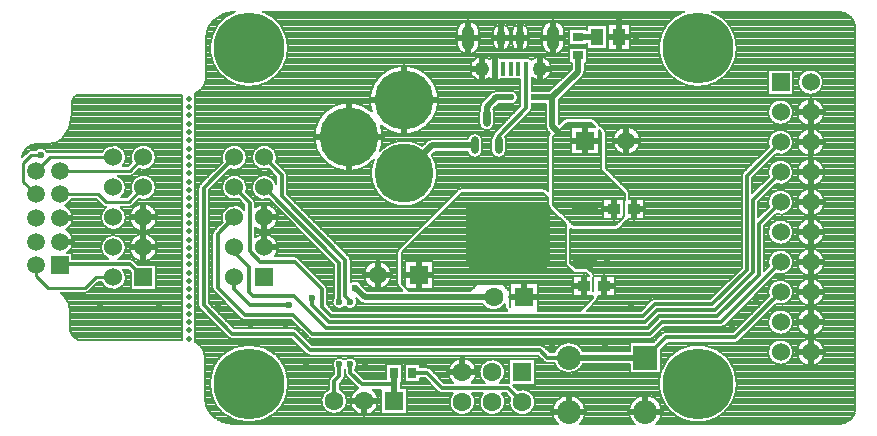
<source format=gtl>
G04*
G04 #@! TF.GenerationSoftware,Altium Limited,Altium Designer,18.1.7 (191)*
G04*
G04 Layer_Physical_Order=1*
G04 Layer_Color=255*
%FSLAX24Y24*%
%MOIN*%
G70*
G01*
G75*
%ADD11C,0.0118*%
%ADD13C,0.0098*%
%ADD15C,0.0079*%
%ADD18O,0.0281X0.0591*%
G04:AMPARAMS|DCode=19|XSize=53.1mil|YSize=23.6mil|CornerRadius=5.9mil|HoleSize=0mil|Usage=FLASHONLY|Rotation=90.000|XOffset=0mil|YOffset=0mil|HoleType=Round|Shape=RoundedRectangle|*
%AMROUNDEDRECTD19*
21,1,0.0531,0.0118,0,0,90.0*
21,1,0.0413,0.0236,0,0,90.0*
1,1,0.0118,0.0059,0.0207*
1,1,0.0118,0.0059,-0.0207*
1,1,0.0118,-0.0059,-0.0207*
1,1,0.0118,-0.0059,0.0207*
%
%ADD19ROUNDEDRECTD19*%
G04:AMPARAMS|DCode=20|XSize=15.7mil|YSize=49.2mil|CornerRadius=3.9mil|HoleSize=0mil|Usage=FLASHONLY|Rotation=0.000|XOffset=0mil|YOffset=0mil|HoleType=Round|Shape=RoundedRectangle|*
%AMROUNDEDRECTD20*
21,1,0.0157,0.0413,0,0,0.0*
21,1,0.0079,0.0492,0,0,0.0*
1,1,0.0079,0.0039,-0.0207*
1,1,0.0079,-0.0039,-0.0207*
1,1,0.0079,-0.0039,0.0207*
1,1,0.0079,0.0039,0.0207*
%
%ADD20ROUNDEDRECTD20*%
%ADD43R,0.0276X0.0354*%
%ADD44R,0.0394X0.0354*%
%ADD45O,0.0846X0.0394*%
G04:AMPARAMS|DCode=46|XSize=279.5mil|YSize=218.5mil|CornerRadius=10.9mil|HoleSize=0mil|Usage=FLASHONLY|Rotation=180.000|XOffset=0mil|YOffset=0mil|HoleType=Round|Shape=RoundedRectangle|*
%AMROUNDEDRECTD46*
21,1,0.2795,0.1967,0,0,180.0*
21,1,0.2577,0.2185,0,0,180.0*
1,1,0.0219,-0.1288,0.0983*
1,1,0.0219,0.1288,0.0983*
1,1,0.0219,0.1288,-0.0983*
1,1,0.0219,-0.1288,-0.0983*
%
%ADD46ROUNDEDRECTD46*%
%ADD47R,0.0354X0.0276*%
%ADD48R,0.0413X0.0551*%
%ADD49C,0.0197*%
%ADD50C,0.0138*%
%ADD51C,0.0197*%
%ADD52C,0.1969*%
%ADD53C,0.0600*%
%ADD54R,0.0600X0.0600*%
%ADD55R,0.0600X0.0600*%
%ADD56C,0.0630*%
%ADD57R,0.0630X0.0630*%
%ADD58C,0.0800*%
%ADD59R,0.0800X0.0800*%
%ADD60C,0.0591*%
%ADD61R,0.0591X0.0591*%
%ADD62C,0.2362*%
%ADD63C,0.0492*%
%ADD64O,0.0433X0.0787*%
%ADD65C,0.0236*%
D11*
X35079Y22981D02*
X37436D01*
X45157Y18976D02*
X46230D01*
X44764Y19370D02*
X45157Y18976D01*
X44764Y19370D02*
Y19646D01*
Y21732D02*
Y21772D01*
X44606Y21929D02*
X44764Y21772D01*
X44606Y21929D02*
Y23121D01*
X42480Y25247D02*
X44606Y23121D01*
X42480Y25247D02*
Y25968D01*
X41906Y26543D02*
X42480Y25968D01*
X44236Y18425D02*
Y19079D01*
X44409Y19252D01*
Y19646D01*
X51339Y19871D02*
X52056D01*
X51091Y20118D02*
X51339Y19871D01*
X43435Y20118D02*
X51091D01*
X42884Y20669D02*
X43435Y20118D01*
X44409Y21732D02*
Y23039D01*
X41906Y25543D02*
X44409Y23039D01*
X41398Y22055D02*
Y22894D01*
X40906Y23386D02*
X41398Y22894D01*
X40906Y23386D02*
Y23543D01*
Y25543D02*
X41417Y25031D01*
Y23412D02*
Y25031D01*
Y23412D02*
X41759Y23071D01*
X42913D01*
X43819Y22165D01*
Y21575D02*
Y22165D01*
Y21575D02*
X44134Y21260D01*
X54519D01*
X54913Y21654D01*
X56845D01*
X57992Y22801D01*
Y25929D01*
X59114Y27051D01*
X40906Y22154D02*
Y22543D01*
Y22154D02*
X41445Y21614D01*
X42717D01*
X43504Y21612D02*
Y21850D01*
X42874Y21299D02*
X43504Y20669D01*
X41260Y21299D02*
X42874D01*
X40354Y22205D02*
X41260Y21299D01*
X43504Y20669D02*
X54764D01*
X43504Y21612D02*
X44053Y21063D01*
X54601D01*
X54994Y21457D01*
X56926D01*
X58189Y22719D01*
Y25126D01*
X59114Y26051D01*
X41398Y22055D02*
X41524Y21929D01*
X42908D01*
X43971Y20866D01*
X54682D01*
X55076Y21260D01*
X57008D01*
X58386Y22638D01*
Y24323D01*
X59114Y25051D01*
X40827Y20669D02*
X42884D01*
X39882Y21614D02*
X40827Y20669D01*
X39882Y21614D02*
Y25520D01*
X40906Y26543D01*
X40354Y23992D02*
X40906Y24543D01*
X40354Y22205D02*
Y23992D01*
X54764Y20669D02*
X55157Y21063D01*
X57122D01*
X59114Y23055D01*
X54606Y19871D02*
X55287Y20551D01*
X57610D01*
X59114Y22055D01*
X50031Y18858D02*
X50504Y18386D01*
X47835Y18858D02*
X50031D01*
X47323Y19370D02*
X47835Y18858D01*
X46840Y19370D02*
X47323D01*
X37436Y22981D02*
X37874Y22543D01*
X35079Y22953D02*
Y22981D01*
D13*
X36283Y22543D02*
X36874D01*
X35945Y22205D02*
X36283Y22543D01*
X34685Y22205D02*
X35945D01*
X34291Y22598D02*
X34685Y22205D01*
X34291Y22598D02*
Y22953D01*
X34144Y26624D02*
X34449D01*
X33868Y26348D02*
X34144Y26624D01*
X36843Y26575D02*
X36874Y26543D01*
X34764Y26575D02*
X36843D01*
X34291Y26102D02*
X34764Y26575D01*
X33868Y25738D02*
Y26348D01*
X37382Y25051D02*
X37874Y25543D01*
X36642Y25051D02*
X37382D01*
X36378Y25315D02*
X36642Y25051D01*
X35079Y25315D02*
X36378D01*
X33868Y25738D02*
X34291Y25315D01*
X37433Y26102D02*
X37874Y26543D01*
X35079Y26102D02*
X37433D01*
D15*
X61604Y30863D02*
G03*
X61457Y31220I-505J0D01*
G01*
X61456Y31220D02*
G03*
X61005Y31407I-452J-452D01*
G01*
X60532Y29051D02*
G03*
X60532Y29051I-418J0D01*
G01*
X60572Y28051D02*
G03*
X60572Y28051I-457J0D01*
G01*
X59532D02*
G03*
X59532Y28051I-418J0D01*
G01*
X57657Y30197D02*
G03*
X56830Y31407I-1299J0D01*
G01*
X55887D02*
G03*
X57657Y30197I472J-1211D01*
G01*
X60572Y27051D02*
G03*
X60572Y27051I-457J0D01*
G01*
X58972Y26658D02*
G03*
X59532Y27051I143J393D01*
G01*
X60572Y26051D02*
G03*
X60572Y26051I-457J0D01*
G01*
X58972Y25658D02*
G03*
X59532Y26051I143J393D01*
G01*
Y27051D02*
G03*
X58721Y26909I-418J0D01*
G01*
X54434Y27106D02*
G03*
X54434Y27106I-457J0D01*
G01*
X59532Y26051D02*
G03*
X58721Y25909I-418J0D01*
G01*
X57867Y26054D02*
G03*
X57815Y25929I125J-125D01*
G01*
X57867Y26054D02*
G03*
X57815Y25929I125J-125D01*
G01*
X51909Y30719D02*
G03*
X51161Y30719I-374J0D01*
G01*
X52515Y29256D02*
G03*
X52579Y29409I-153J153D01*
G01*
X52515Y29256D02*
G03*
X52579Y29409I-153J153D01*
G01*
X51161Y30364D02*
G03*
X51909Y30364I374J0D01*
G01*
X51486Y29508D02*
G03*
X50803Y29798I-404J0D01*
G01*
X50817Y29204D02*
G03*
X51486Y29508I266J304D01*
G01*
X50709Y30748D02*
G03*
X50492Y30965I-217J0D01*
G01*
X50374D02*
G03*
X50157Y30748I0J-217D01*
G01*
X50079D02*
G03*
X49862Y30965I-217J0D01*
G01*
X49744D02*
G03*
X49528Y30748I0J-217D01*
G01*
X50492Y30118D02*
G03*
X50709Y30335I0J217D01*
G01*
X50157D02*
G03*
X50374Y30118I217J0D01*
G01*
X49862D02*
G03*
X50079Y30335I0J217D01*
G01*
X50591Y29872D02*
G03*
X50502Y29845I0J-157D01*
G01*
X50803Y29798D02*
G03*
X50669Y29872I-133J-84D01*
G01*
X50502Y29845D02*
G03*
X50413Y29872I-89J-130D01*
G01*
X50335D02*
G03*
X50246Y29845I0J-157D01*
G01*
X50246D02*
G03*
X50157Y29872I-89J-130D01*
G01*
X50079D02*
G03*
X49990Y29845I0J-157D01*
G01*
X49528Y30335D02*
G03*
X49744Y30118I217J0D01*
G01*
X49774Y29864D02*
G03*
X49646Y29911I-128J-150D01*
G01*
X49990Y29845D02*
G03*
X49902Y29872I-89J-130D01*
G01*
X49823D02*
G03*
X49774Y29864I0J-157D01*
G01*
X49567Y29911D02*
G03*
X49404Y29825I0J-197D01*
G01*
X52008Y27864D02*
G03*
X51896Y27818I0J-157D01*
G01*
X52008Y27864D02*
G03*
X51897Y27818I0J-157D01*
G01*
X51000Y28760D02*
G03*
X50817Y28762I-94J-217D01*
G01*
X50246Y29171D02*
G03*
X50335Y29144I89J130D01*
G01*
X50157D02*
G03*
X50246Y29171I0J157D01*
G01*
X50817Y28324D02*
G03*
X51000Y28327I89J219D01*
G01*
X50762Y28047D02*
G03*
X50817Y28179I-132J132D01*
G01*
X50762Y28047D02*
G03*
X50817Y28179I-132J132D01*
G01*
X52917Y27808D02*
G03*
X52811Y27854I-112J-111D01*
G01*
X52916Y27808D02*
G03*
X52811Y27854I-111J-111D01*
G01*
X53092Y27599D02*
G03*
X53049Y27675I-153J-36D01*
G01*
X53297Y27362D02*
G03*
X53251Y27474I-157J0D01*
G01*
X53167Y27557D02*
G03*
X53092Y27599I-112J-111D01*
G01*
X53297Y27362D02*
G03*
X53251Y27474I-157J0D01*
G01*
X53167Y27557D02*
G03*
X53092Y27599I-111J-111D01*
G01*
D02*
G03*
X53050Y27675I-153J-36D01*
G01*
X51280Y27592D02*
G03*
X51343Y27439I217J0D01*
G01*
X51280Y27592D02*
G03*
X51343Y27439I217J0D01*
G01*
X51405Y27326D02*
G03*
X51358Y27215I111J-112D01*
G01*
X51404Y27326D02*
G03*
X51358Y27215I111J-111D01*
G01*
X51312Y25465D02*
G03*
X51203Y25512I-112J-111D01*
G01*
X51312Y25466D02*
G03*
X51203Y25512I-111J-111D01*
G01*
X49990Y29171D02*
G03*
X50079Y29144I89J130D01*
G01*
X49902D02*
G03*
X49990Y29171I0J157D01*
G01*
X50024Y28327D02*
G03*
X50354Y28543I94J217D01*
G01*
D02*
G03*
X50024Y28760I-236J0D01*
G01*
X49646Y29104D02*
G03*
X49774Y29152I0J197D01*
G01*
X49774D02*
G03*
X49823Y29144I49J150D01*
G01*
X49622Y28760D02*
G03*
X49469Y28696I0J-217D01*
G01*
X49622Y28760D02*
G03*
X49469Y28696I0J-217D01*
G01*
X49404Y29191D02*
G03*
X49567Y29104I163J110D01*
G01*
X49165Y28392D02*
G03*
X49101Y28239I153J-153D01*
G01*
X49576Y28009D02*
G03*
X49534Y28149I-258J0D01*
G01*
X49164Y28392D02*
G03*
X49101Y28239I153J-153D01*
G01*
Y28150D02*
G03*
X49059Y28009I217J-141D01*
G01*
X49976Y27099D02*
G03*
X49942Y27227I-258J0D01*
G01*
X49459Y26789D02*
G03*
X49976Y26789I258J0D01*
G01*
X49585Y27399D02*
G03*
X49531Y27278I132J-132D01*
G01*
X49585Y27399D02*
G03*
X49531Y27278I132J-132D01*
G01*
D02*
G03*
X49459Y27099I187J-179D01*
G01*
X49059Y27699D02*
G03*
X49576Y27699I258J0D01*
G01*
X60572Y25051D02*
G03*
X60572Y25051I-457J0D01*
G01*
Y24055D02*
G03*
X60572Y24055I-457J0D01*
G01*
Y23055D02*
G03*
X60572Y23055I-457J0D01*
G01*
Y22055D02*
G03*
X60572Y22055I-457J0D01*
G01*
X58972Y24658D02*
G03*
X59532Y25051I143J393D01*
G01*
D02*
G03*
X58721Y24909I-418J0D01*
G01*
X59532Y24055D02*
G03*
X59532Y24055I-418J0D01*
G01*
Y23055D02*
G03*
X58721Y22913I-418J0D01*
G01*
X58972Y22662D02*
G03*
X59532Y23055I143J393D01*
G01*
Y22055D02*
G03*
X58721Y21913I-418J0D01*
G01*
X61457Y17832D02*
G03*
X61604Y18188I-357J357D01*
G01*
X61005Y17645D02*
G03*
X61456Y17832I0J639D01*
G01*
X60572Y21055D02*
G03*
X60572Y21055I-457J0D01*
G01*
Y20055D02*
G03*
X60572Y20055I-457J0D01*
G01*
X58972Y21662D02*
G03*
X59532Y22055I143J393D01*
G01*
Y21055D02*
G03*
X59532Y21055I-418J0D01*
G01*
Y20055D02*
G03*
X59532Y20055I-418J0D01*
G01*
X54075Y25335D02*
G03*
X54028Y25446I-157J0D01*
G01*
X54075Y25335D02*
G03*
X54029Y25446I-157J0D01*
G01*
X53602Y24124D02*
G03*
X53714Y24170I0J157D01*
G01*
X53602Y24124D02*
G03*
X53714Y24170I0J157D01*
G01*
X57610Y20374D02*
G03*
X57736Y20426I0J177D01*
G01*
X57122Y20886D02*
G03*
X57247Y20938I0J177D01*
G01*
X57610Y20374D02*
G03*
X57736Y20426I0J177D01*
G01*
X57657Y19006D02*
G03*
X55124Y19413I-1299J0D01*
G01*
X57122Y20886D02*
G03*
X57247Y20938I0J177D01*
G01*
X55287Y20728D02*
G03*
X55161Y20676I0J-177D01*
G01*
X55287Y20728D02*
G03*
X55161Y20676I0J-177D01*
G01*
X54913Y21831D02*
G03*
X54788Y21779I0J-177D01*
G01*
X54913Y21831D02*
G03*
X54788Y21779I0J-177D01*
G01*
X54764Y20492D02*
G03*
X54889Y20544I0J177D01*
G01*
X54764Y20492D02*
G03*
X54889Y20544I0J177D01*
G01*
X52739Y22808D02*
G03*
X52628Y22854I-111J-111D01*
G01*
X52740Y22808D02*
G03*
X52628Y22854I-112J-111D01*
G01*
X52106Y24167D02*
G03*
X52215Y24124I108J114D01*
G01*
X52106Y24167D02*
G03*
X52215Y24124I108J114D01*
G01*
X52874Y22544D02*
G03*
X52884Y22598I-148J55D01*
G01*
D02*
G03*
X52838Y22710I-157J0D01*
G01*
X52874Y22544D02*
G03*
X52884Y22598I-148J55D01*
G01*
D02*
G03*
X52838Y22710I-157J0D01*
G01*
X52975Y21759D02*
G03*
X53022Y21870I-111J112D01*
G01*
X52976Y21759D02*
G03*
X53022Y21870I-111J111D01*
G01*
X49176Y21662D02*
G03*
X49921Y21653I375J217D01*
G01*
Y21575D02*
G03*
X50002Y21437I157J0D01*
G01*
X52527Y20087D02*
G03*
X51569Y20048I-471J-217D01*
G01*
X51217Y20243D02*
G03*
X51091Y20295I-125J-125D01*
G01*
X49921Y21575D02*
G03*
X50002Y21437I157J0D01*
G01*
X55124Y19413D02*
G03*
X55106Y19353I1234J-407D01*
G01*
X51217Y20243D02*
G03*
X51091Y20295I-125J-125D01*
G01*
X51213Y19746D02*
G03*
X51339Y19694I125J125D01*
G01*
X51213Y19746D02*
G03*
X51339Y19694I125J125D01*
G01*
X51569D02*
G03*
X52527Y19654I487J177D01*
G01*
X55106Y19353D02*
G03*
X57657Y19006I1252J-347D01*
G01*
X55164Y18071D02*
G03*
X54247Y17645I-557J0D01*
G01*
X54966D02*
G03*
X55164Y18071I-360J426D01*
G01*
X52614D02*
G03*
X51697Y17645I-557J0D01*
G01*
X52416D02*
G03*
X52614Y18071I-360J426D01*
G01*
X49758Y19035D02*
G03*
X49937Y19386I-255J350D01*
G01*
D02*
G03*
X49249Y19035I-433J0D01*
G01*
X50071Y19031D02*
G03*
X50031Y19035I-39J-173D01*
G01*
X50071Y19031D02*
G03*
X50031Y19035I-39J-173D01*
G01*
X50937Y18386D02*
G03*
X50350Y18791I-433J0D01*
G01*
X50099Y18540D02*
G03*
X50937Y18386I405J-154D01*
G01*
X49187Y18681D02*
G03*
X49937Y18386I317J-295D01*
G01*
D02*
G03*
X49821Y18681I-433J0D01*
G01*
X49075Y30719D02*
G03*
X48327Y30719I-374J0D01*
G01*
X49404Y29825D02*
G03*
X49404Y29191I-250J-317D01*
G01*
X48327Y30364D02*
G03*
X49075Y30364I374J0D01*
G01*
X47707Y28455D02*
G03*
X45489Y28073I-1142J0D01*
G01*
X45791Y27616D02*
G03*
X47707Y28455I774J839D01*
G01*
X49176Y27099D02*
G03*
X48666Y27161I-258J0D01*
G01*
Y26727D02*
G03*
X49176Y26789I251J62D01*
G01*
X47495Y27161D02*
G03*
X47342Y27097I0J-217D01*
G01*
X47495Y27161D02*
G03*
X47342Y27097I0J-217D01*
G01*
X45856Y27234D02*
G03*
X45791Y27616I-1142J0D01*
G01*
X45753Y26759D02*
G03*
X45856Y27234I-1038J475D01*
G01*
X47176Y26931D02*
G03*
X45753Y26759I-611J-917D01*
G01*
X42697Y30197D02*
G03*
X41869Y31407I-1299J0D01*
G01*
X40926Y31407D02*
G03*
X42697Y30197I472J-1211D01*
G01*
X45489Y28073D02*
G03*
X45560Y26467I-774J-839D01*
G01*
X42324Y26543D02*
G03*
X42048Y26150I-418J0D01*
G01*
X41324Y26543D02*
G03*
X40512Y26401I-418J0D01*
G01*
X47667Y26014D02*
G03*
X47482Y26625I-1102J0D01*
G01*
X42657Y25968D02*
G03*
X42606Y26094I-177J0D01*
G01*
X42657Y25968D02*
G03*
X42606Y26094I-177J0D01*
G01*
X48484Y25522D02*
G03*
X48373Y25476I0J-157D01*
G01*
X48484Y25522D02*
G03*
X48373Y25475I0J-157D01*
G01*
X45560Y26467D02*
G03*
X47667Y26014I1005J-453D01*
G01*
X42299Y26401D02*
G03*
X42324Y26543I-393J143D01*
G01*
X40763Y26150D02*
G03*
X41324Y26543I143J393D01*
G01*
X41299Y25401D02*
G03*
X41324Y25543I-393J143D01*
G01*
X42303Y25673D02*
G03*
X42048Y25150I-398J-129D01*
G01*
X42363Y24543D02*
G03*
X41594Y24879I-457J0D01*
G01*
Y24208D02*
G03*
X42363Y24543I311J335D01*
G01*
X41594Y25031D02*
G03*
X41543Y25157I-177J0D01*
G01*
X41594Y25031D02*
G03*
X41543Y25157I-177J0D01*
G01*
X41324Y25543D02*
G03*
X41048Y25150I-418J0D01*
G01*
X41240Y24794D02*
G03*
X40512Y24401I-335J-251D01*
G01*
X40926Y31407D02*
G03*
X40198Y31103I7J-1040D01*
G01*
X40197Y31103D02*
G03*
X39970Y30554I549J-549D01*
G01*
X39803Y28809D02*
G03*
X39970Y29213I-403J403D01*
G01*
X39606Y28681D02*
G03*
X39803Y28809I-206J532D01*
G01*
X37721Y26154D02*
G03*
X38292Y26543I153J389D01*
G01*
X35790Y28642D02*
G03*
X35551Y28543I0J-338D01*
G01*
D02*
G03*
X35482Y28376I167J-167D01*
G01*
X35158Y27165D02*
G03*
X35482Y27949I-784J784D01*
G01*
X34754Y26998D02*
G03*
X35158Y27165I0J571D01*
G01*
X34334Y26998D02*
G03*
X33977Y26850I0J-505D01*
G01*
X38292Y26543D02*
G03*
X37485Y26391I-418J0D01*
G01*
X38292Y25543D02*
G03*
X37485Y25391I-418J0D01*
G01*
X37433Y25935D02*
G03*
X37551Y25984I0J167D01*
G01*
X37433Y25935D02*
G03*
X37551Y25984I0J167D01*
G01*
X34144Y26791D02*
G03*
X34025Y26742I0J-167D01*
G01*
X37292Y26543D02*
G03*
X36506Y26742I-418J0D01*
G01*
X34668Y26712D02*
G03*
X34282Y26791I-219J-88D01*
G01*
X34144D02*
G03*
X34025Y26742I0J-167D01*
G01*
X33976Y26850D02*
G03*
X33832Y26549I357J-357D01*
G01*
X37190Y26270D02*
G03*
X37292Y26543I-316J274D01*
G01*
Y25543D02*
G03*
X37020Y25935I-418J0D01*
G01*
X34764Y26742D02*
G03*
X34668Y26712I0J-167D01*
G01*
X34764Y26742D02*
G03*
X34668Y26712I0J-167D01*
G01*
X39757Y25645D02*
G03*
X39705Y25520I125J-125D01*
G01*
X39757Y25645D02*
G03*
X39705Y25520I125J-125D01*
G01*
X40229Y24117D02*
G03*
X40177Y23992I125J-125D01*
G01*
X40229Y24117D02*
G03*
X40177Y23992I125J-125D01*
G01*
X37721Y25154D02*
G03*
X38292Y25543I153J389D01*
G01*
X37382Y24884D02*
G03*
X37500Y24933I0J167D01*
G01*
X37382Y24884D02*
G03*
X37500Y24933I0J167D01*
G01*
X37137Y25219D02*
G03*
X37292Y25543I-263J325D01*
G01*
X35259Y24943D02*
G03*
X35457Y25148I-180J372D01*
G01*
X36523Y24933D02*
G03*
X36632Y24884I118J118D01*
G01*
X36523Y24933D02*
G03*
X36632Y24884I118J118D01*
G01*
X38331Y24543D02*
G03*
X38331Y24543I-457J0D01*
G01*
X36632Y24884D02*
G03*
X37292Y24543I242J-341D01*
G01*
D02*
G03*
X37117Y24884I-418J0D01*
G01*
X35531Y24528D02*
G03*
X35259Y24943I-453J0D01*
G01*
X35302Y24134D02*
G03*
X35531Y24528I-224J394D01*
G01*
X46385Y23488D02*
G03*
X46339Y23376I111J-112D01*
G01*
X46385Y23487D02*
G03*
X46339Y23376I111J-111D01*
G01*
Y22333D02*
G03*
X46385Y22221I157J0D01*
G01*
X46339Y22333D02*
G03*
X46385Y22221I157J0D01*
G01*
X45141Y22291D02*
G03*
X44783Y22397I-220J-86D01*
G01*
X48976Y19386D02*
G03*
X48187Y19035I-472J0D01*
G01*
X47448Y19495D02*
G03*
X47323Y19547I-125J-125D01*
G01*
X47448Y19495D02*
G03*
X47323Y19547I-125J-125D01*
G01*
X46137Y22628D02*
G03*
X46137Y22628I-457J0D01*
G01*
X45000Y21732D02*
G03*
X44967Y21853I-236J0D01*
G01*
X45095Y21725D02*
G03*
X45248Y21662I153J153D01*
G01*
X45094Y21725D02*
G03*
X45248Y21662I153J153D01*
G01*
X44941Y19489D02*
G03*
X45000Y19646I-177J156D01*
G01*
X44783Y23121D02*
G03*
X44732Y23246I-177J0D01*
G01*
X44783Y23121D02*
G03*
X44732Y23246I-177J0D01*
G01*
X44232Y21889D02*
G03*
X44587Y21576I177J-156D01*
G01*
X44587D02*
G03*
X45000Y21732I177J156D01*
G01*
Y19646D02*
G03*
X44587Y19802I-236J0D01*
G01*
X44587D02*
G03*
X44232Y19489I-177J-156D01*
G01*
X43996Y22165D02*
G03*
X43944Y22291I-177J0D01*
G01*
X43996Y22165D02*
G03*
X43944Y22291I-177J0D01*
G01*
X43379Y20544D02*
G03*
X43504Y20492I125J125D01*
G01*
X43379Y20544D02*
G03*
X43504Y20492I125J125D01*
G01*
X48821Y19035D02*
G03*
X48976Y19386I-317J350D01*
G01*
X48187Y18681D02*
G03*
X48937Y18386I317J-295D01*
G01*
D02*
G03*
X48821Y18681I-433J0D01*
G01*
X47709Y18733D02*
G03*
X47835Y18681I125J125D01*
G01*
X47709Y18733D02*
G03*
X47835Y18681I125J125D01*
G01*
X45709Y18425D02*
G03*
X45525Y18799I-472J0D01*
G01*
X44587Y19370D02*
G03*
X44639Y19245I177J0D01*
G01*
X44587Y19370D02*
G03*
X44639Y19245I177J0D01*
G01*
X44535Y19127D02*
G03*
X44587Y19252I-125J125D01*
G01*
X44535Y19127D02*
G03*
X44587Y19252I-125J125D01*
G01*
X44111Y19204D02*
G03*
X44059Y19079I125J-125D01*
G01*
X44111Y19204D02*
G03*
X44059Y19079I125J-125D01*
G01*
X45032Y18851D02*
G03*
X45709Y18425I204J-426D01*
G01*
X44059Y18820D02*
G03*
X44669Y18425I177J-395D01*
G01*
D02*
G03*
X44413Y18820I-433J0D01*
G01*
X42363Y23543D02*
G03*
X41594Y23879I-457J0D01*
G01*
X42255Y23248D02*
G03*
X42363Y23543I-349J295D01*
G01*
X43039Y23196D02*
G03*
X42913Y23248I-125J-125D01*
G01*
X43039Y23196D02*
G03*
X42913Y23248I-125J-125D01*
G01*
X40177Y22205D02*
G03*
X40229Y22079I177J0D01*
G01*
X40177Y22205D02*
G03*
X40229Y22079I177J0D01*
G01*
X37562Y23106D02*
G03*
X37436Y23158I-125J-125D01*
G01*
X37562Y23106D02*
G03*
X37436Y23158I-125J-125D01*
G01*
X37292Y23543D02*
G03*
X36711Y23158I-418J0D01*
G01*
X37037D02*
G03*
X37292Y23543I-163J385D01*
G01*
X35531Y23740D02*
G03*
X35302Y24134I-453J0D01*
G01*
X35334Y23366D02*
G03*
X35531Y23740I-255J374D01*
G01*
X38331Y23543D02*
G03*
X38331Y23543I-457J0D01*
G01*
X37292Y22543D02*
G03*
X37201Y22804I-418J0D01*
G01*
X36491Y22376D02*
G03*
X37292Y22543I383J167D01*
G01*
X41135Y21174D02*
G03*
X41260Y21122I125J125D01*
G01*
X43009Y20795D02*
G03*
X42884Y20846I-125J-125D01*
G01*
X43009Y20795D02*
G03*
X42884Y20846I-125J-125D01*
G01*
X41135Y21174D02*
G03*
X41260Y21122I125J125D01*
G01*
X40701Y20544D02*
G03*
X40827Y20492I125J125D01*
G01*
X40701Y20544D02*
G03*
X40827Y20492I125J125D01*
G01*
X43309Y19993D02*
G03*
X43435Y19941I125J125D01*
G01*
X43309Y19993D02*
G03*
X43435Y19941I125J125D01*
G01*
X42697Y19006D02*
G03*
X42697Y19006I-1299J0D01*
G01*
X40924Y17645D02*
G03*
X40894Y17648I-30J-165D01*
G01*
X40161Y17949D02*
G03*
X40894Y17648I732J738D01*
G01*
X39931Y18501D02*
G03*
X40158Y17953I776J0D01*
G01*
X39705Y21614D02*
G03*
X39757Y21489I177J0D01*
G01*
X39705Y21614D02*
G03*
X39757Y21489I177J0D01*
G01*
X35945Y22037D02*
G03*
X36063Y22086I0J167D01*
G01*
X35945Y22037D02*
G03*
X36063Y22086I0J167D01*
G01*
X35197Y21969D02*
G03*
X35114Y22037I-403J-403D01*
G01*
X35443Y21375D02*
G03*
X35197Y21969I-839J0D01*
G01*
X35512Y20591D02*
G03*
X35869Y20443I357J357D01*
G01*
X35443Y20758D02*
G03*
X35512Y20591I236J0D01*
G01*
X39931Y19872D02*
G03*
X39764Y20276I-571J0D01*
G01*
D02*
G03*
X39606Y20387I-403J-403D01*
G01*
X51387Y24937D02*
G03*
X51433Y24840I157J15D01*
G01*
X51387Y24937D02*
G03*
X51433Y24840I157J15D01*
G01*
X51544Y24952D02*
G03*
X51516Y25042I-226J-22D01*
G01*
X57628Y30472D02*
X61604D01*
X57642Y30394D02*
X61604D01*
X57657Y30236D02*
X61604D01*
X57652Y30315D02*
X61604D01*
X57552Y30709D02*
X61604D01*
X57516Y30787D02*
X61604D01*
X57608Y30551D02*
X61604D01*
X57583Y30630D02*
X61604D01*
X57652Y30079D02*
X61604D01*
X57642Y30000D02*
X61604D01*
X57657Y30157D02*
X61604D01*
X60385Y29370D02*
X61604D01*
X60244Y29449D02*
X61604D01*
X57608Y29842D02*
X61604D01*
X57628Y29921D02*
X61604D01*
X57552Y29685D02*
X61604D01*
X57583Y29764D02*
X61604D01*
X59532Y29449D02*
X59985D01*
X58696Y29469D02*
X59532D01*
Y29370D02*
X59844D01*
X59532Y29291D02*
X59772D01*
X57472Y30866D02*
X61604D01*
X57421Y30945D02*
X61598D01*
X57472Y29527D02*
X61604D01*
X57515Y29606D02*
X61604D01*
X60524Y29134D02*
X61604D01*
X60500Y29213D02*
X61604D01*
X60526Y28976D02*
X61604D01*
X60532Y29055D02*
X61604D01*
X60456Y29291D02*
X61604D01*
X59532Y29213D02*
X59728D01*
X59532Y29134D02*
X59704D01*
X59532Y29055D02*
X59696D01*
X60462Y28819D02*
X61604D01*
X60394Y28740D02*
X61604D01*
X60503Y28898D02*
X61604D01*
X60378Y28425D02*
X61604D01*
X60265Y28661D02*
X61604D01*
X60180Y28504D02*
X61604D01*
X60550Y28189D02*
X61604D01*
X60568Y28110D02*
X61604D01*
X60517Y28268D02*
X61604D01*
X60561Y27953D02*
X61604D01*
X60571Y28031D02*
X61604D01*
X60464Y28346D02*
X61604D01*
X59532Y28898D02*
X59725D01*
X59532Y28819D02*
X59767D01*
X59532Y28976D02*
X59703D01*
X59532Y28661D02*
X59963D01*
X59532Y28633D02*
Y29469D01*
Y28740D02*
X59835D01*
X58696Y28633D02*
Y29469D01*
Y28633D02*
X59532D01*
X59509Y28189D02*
X59678D01*
X59528Y28110D02*
X59661D01*
X59521Y27953D02*
X59667D01*
X59532Y28031D02*
X59657D01*
X59301Y28425D02*
X59851D01*
X59410Y28346D02*
X59765D01*
X59472Y28268D02*
X59711D01*
X59493Y27874D02*
X59692D01*
X57105Y31260D02*
X61413D01*
X57206Y31181D02*
X61492D01*
X56978Y31339D02*
X61293D01*
X57361Y31024D02*
X61578D01*
X57290Y31102D02*
X61544D01*
X56830Y31407D02*
X61005D01*
X51752Y31024D02*
X55356D01*
X54104Y30945D02*
X55296D01*
X54104Y30866D02*
X55245D01*
X54104Y30787D02*
X55201D01*
X54104Y30709D02*
X55164D01*
X54104Y30630D02*
X55133D01*
X54104Y30551D02*
X55108D01*
X54104Y30472D02*
X55089D01*
X54104Y30394D02*
X55074D01*
X52657Y30079D02*
X55064D01*
X54104Y30315D02*
X55064D01*
X53376Y30994D02*
X54104D01*
Y30128D02*
Y30994D01*
X53317Y30866D02*
X53376D01*
X53317Y30945D02*
X53376D01*
X53317Y30787D02*
X53376D01*
X54104Y30236D02*
X55060D01*
X53317Y30472D02*
X53376D01*
X54104Y30157D02*
X55060D01*
X53376Y30128D02*
X54104D01*
X53317Y30394D02*
X53376D01*
X53317Y30551D02*
X53376D01*
X52657Y30157D02*
X53376D01*
X53317Y30236D02*
X53376D01*
X57360Y29370D02*
X58696D01*
X57290Y29291D02*
X58696D01*
X57420Y29449D02*
X58696D01*
X57105Y29134D02*
X58696D01*
X57206Y29213D02*
X58696D01*
X56804Y28976D02*
X58696D01*
X56978Y29055D02*
X58696D01*
X52078Y28819D02*
X58696D01*
X52157Y28898D02*
X58696D01*
X51842Y28583D02*
X61604D01*
X51763Y28504D02*
X60048D01*
X51713Y28425D02*
X58927D01*
X51713Y28346D02*
X58818D01*
X51713Y28268D02*
X58756D01*
X51713Y28189D02*
X58719D01*
X51713Y28110D02*
X58700D01*
X51713Y27953D02*
X58708D01*
X51713Y28031D02*
X58697D01*
X52657Y29921D02*
X55089D01*
X52657Y29842D02*
X55108D01*
X52657Y30000D02*
X55074D01*
X52657Y29764D02*
X55133D01*
X52579Y29606D02*
X55201D01*
X52579Y29685D02*
X55164D01*
X52579Y29449D02*
X55296D01*
X52579Y29527D02*
X55245D01*
X52544Y29291D02*
X55427D01*
X52575Y29370D02*
X55356D01*
X52393Y29134D02*
X55611D01*
X52472Y29213D02*
X55510D01*
X52235Y28976D02*
X55913D01*
X52314Y29055D02*
X55738D01*
X51920Y28661D02*
X58696D01*
X51999Y28740D02*
X58696D01*
X60493Y27795D02*
X61604D01*
X60426Y27716D02*
X61604D01*
X60536Y27874D02*
X61604D01*
X60529Y27244D02*
X61604D01*
X60482Y27323D02*
X61604D01*
X60273Y27480D02*
X61604D01*
X60310Y27638D02*
X61604D01*
X60408Y27402D02*
X61604D01*
X60570Y27087D02*
X61604D01*
X60570Y27008D02*
X61604D01*
X60557Y27165D02*
X61604D01*
X60525Y26850D02*
X61604D01*
X60555Y26929D02*
X61604D01*
X60476Y26772D02*
X61604D01*
X60249Y26614D02*
X61604D01*
X60399Y26693D02*
X61604D01*
X59445Y27795D02*
X59735D01*
X59485Y27244D02*
X59699D01*
X59516Y27165D02*
X59671D01*
X59176Y27638D02*
X59918D01*
X59365Y27716D02*
X59802D01*
X59342Y27402D02*
X59820D01*
X59432Y27323D02*
X59746D01*
X59530Y27008D02*
X59659D01*
X59531Y27087D02*
X59658D01*
X59481Y26850D02*
X59703D01*
X59514Y26929D02*
X59673D01*
X59330Y26693D02*
X59830D01*
X59425Y26772D02*
X59752D01*
X58928Y26614D02*
X59979D01*
X60434Y26378D02*
X61604D01*
X60499Y26299D02*
X61604D01*
X60326Y26457D02*
X61604D01*
X60563Y26142D02*
X61604D01*
X60539Y26220D02*
X61604D01*
X58849Y26535D02*
X61604D01*
X60567Y25984D02*
X61604D01*
X60548Y25905D02*
X61604D01*
X60571Y26063D02*
X61604D01*
X60457Y25748D02*
X61604D01*
X60513Y25827D02*
X61604D01*
X58904Y25591D02*
X61604D01*
X60366Y25669D02*
X61604D01*
X60366Y25433D02*
X61604D01*
X58825Y25512D02*
X61604D01*
X59496Y26220D02*
X59689D01*
X59522Y26142D02*
X59666D01*
X59216Y26457D02*
X59902D01*
X58770D02*
X59012D01*
X59375Y26378D02*
X59794D01*
X59451Y26299D02*
X59730D01*
X59527Y25984D02*
X59662D01*
X59532Y26063D02*
X59657D01*
X59467Y25827D02*
X59716D01*
X59506Y25905D02*
X59681D01*
X59284Y25669D02*
X59862D01*
X59402Y25748D02*
X59772D01*
X59285Y25433D02*
X59862D01*
X54042Y27559D02*
X61604D01*
X54240Y27480D02*
X59955D01*
X54326Y27402D02*
X58886D01*
X54379Y27323D02*
X58796D01*
X52929Y27795D02*
X58784D01*
X51713Y27874D02*
X58735D01*
X53077Y27638D02*
X59052D01*
X53008Y27716D02*
X58864D01*
X54413Y27244D02*
X58743D01*
X54430Y27165D02*
X58712D01*
X54433Y27087D02*
X58698D01*
X54398Y26929D02*
X58714D01*
X54423Y27008D02*
X58698D01*
X54356Y26850D02*
X58663D01*
X54288Y26772D02*
X58584D01*
X54172Y26693D02*
X58505D01*
X53297Y26614D02*
X58427D01*
X53297Y27244D02*
X53540D01*
X53166Y27559D02*
X53910D01*
X53244Y27480D02*
X53713D01*
X53292Y27402D02*
X53627D01*
X53297Y27323D02*
X53573D01*
X53297Y27165D02*
X53523D01*
X53297Y27087D02*
X53519D01*
X53297Y27008D02*
X53530D01*
X53297Y26850D02*
X53597D01*
X53297Y26929D02*
X53555D01*
X53297Y26693D02*
X53781D01*
X53297Y26772D02*
X53664D01*
X58691Y26378D02*
X58853D01*
X58613Y26299D02*
X58778D01*
X58534Y26220D02*
X58732D01*
X58455Y26142D02*
X58706D01*
X53297Y26535D02*
X58348D01*
X53297Y26457D02*
X58269D01*
X58169Y25856D02*
X58972Y26658D01*
X57867Y26054D02*
X58721Y26909D01*
X58298Y25984D02*
X58701D01*
X58219Y25905D02*
X58718D01*
X58376Y26063D02*
X58696D01*
X58747Y25433D02*
X58944D01*
X58169Y25827D02*
X58639D01*
X58169Y25748D02*
X58560D01*
X58169Y25669D02*
X58482D01*
X58169Y25591D02*
X58403D01*
X58169Y25512D02*
X58324D01*
X53333Y26142D02*
X57954D01*
X53412Y26063D02*
X57875D01*
X53490Y25984D02*
X57824D01*
X53297Y26378D02*
X58190D01*
X53297Y26299D02*
X58112D01*
X53297Y26220D02*
X58033D01*
X53297Y26177D02*
X54028Y25446D01*
X53963Y25512D02*
X57815D01*
X53884Y25591D02*
X57815D01*
X58169Y25433D02*
X58245D01*
X54040D02*
X57815D01*
X53648Y25827D02*
X57815D01*
X53569Y25905D02*
X57815D01*
X53805Y25669D02*
X57815D01*
X53727Y25748D02*
X57815D01*
X52667Y30778D02*
Y30955D01*
X53317D01*
X52067Y30817D02*
X52657D01*
X53317Y30709D02*
X53376D01*
X52657Y30778D02*
Y30817D01*
X51879Y30866D02*
X52667D01*
X51833Y30945D02*
X52667D01*
X51909Y30709D02*
X52067D01*
X51903Y30787D02*
X52067D01*
X53317Y30630D02*
X53376D01*
X53317Y30315D02*
X53376D01*
X51909Y30551D02*
X52067D01*
X52657Y30305D02*
Y30344D01*
X52067Y30305D02*
X52657D01*
X51909Y30472D02*
X52067D01*
X51909Y30630D02*
X52067D01*
X51887Y30236D02*
X52667D01*
X51909Y30394D02*
X52067D01*
X51909Y30364D02*
Y30719D01*
X52067Y30305D02*
Y30817D01*
X51161Y30364D02*
Y30719D01*
X50674Y30866D02*
X51192D01*
X50705Y30787D02*
X51168D01*
X50709Y30709D02*
X51161D01*
X50709Y30335D02*
Y30748D01*
Y30630D02*
X51161D01*
X51906Y30315D02*
X52067D01*
X50709Y30472D02*
X51161D01*
X50709Y30551D02*
X51161D01*
X50708Y30315D02*
X51165D01*
X50709Y30394D02*
X51161D01*
X53317Y30167D02*
Y30955D01*
X52667Y30167D02*
X53317D01*
X52667D02*
Y30344D01*
X53376Y30128D02*
Y30994D01*
X52657Y29695D02*
Y30207D01*
X52579Y29695D02*
X52657D01*
X52067Y30207D02*
X52657D01*
X52579Y29409D02*
Y29695D01*
X52067D02*
X52146D01*
Y29499D02*
Y29695D01*
X51486Y29527D02*
X52146D01*
X51713Y28454D02*
X52515Y29256D01*
X51474Y29606D02*
X52146D01*
X51445Y29685D02*
X52146D01*
X51406Y28760D02*
X52146Y29499D01*
X51482Y29449D02*
X52095D01*
X51777Y30079D02*
X52067D01*
X51620Y30000D02*
X52067D01*
X51847Y30157D02*
X52067D01*
Y29695D02*
Y30207D01*
X50685Y30236D02*
X51184D01*
X51395Y29764D02*
X52067D01*
X51308Y29842D02*
X52067D01*
X51462Y29370D02*
X52017D01*
X51423Y29291D02*
X51938D01*
X50761Y29842D02*
X50857D01*
X50582Y30945D02*
X51238D01*
X50374Y30965D02*
X50492D01*
X48917Y31024D02*
X51319D01*
X49953Y30945D02*
X50284D01*
X50044Y30866D02*
X50192D01*
X50075Y30787D02*
X50161D01*
X50079Y30630D02*
X50157D01*
X50079Y30709D02*
X50157D01*
Y30335D02*
Y30748D01*
X50079Y30472D02*
X50157D01*
X50079Y30551D02*
X50157D01*
X50078Y30315D02*
X50158D01*
X50079Y30394D02*
X50157D01*
X49744Y30965D02*
X49862D01*
X50079Y30335D02*
Y30748D01*
X49528Y30335D02*
Y30748D01*
X48999Y30945D02*
X49654D01*
X49044Y30866D02*
X49563D01*
X49068Y30787D02*
X49531D01*
X49075Y30630D02*
X49528D01*
X49075Y30709D02*
X49528D01*
X49075Y30472D02*
X49528D01*
X49075Y30551D02*
X49528D01*
X49075Y30394D02*
X49528D01*
X49075Y30364D02*
Y30719D01*
X50617Y30157D02*
X51224D01*
X50374Y30118D02*
X50492D01*
X49987Y30157D02*
X50250D01*
X50055Y30236D02*
X50181D01*
X48942Y30079D02*
X51294D01*
X50591Y29872D02*
X50669D01*
X50335D02*
X50413D01*
X50079D02*
X50157D01*
X49744Y30118D02*
X49862D01*
X49052Y30236D02*
X49551D01*
X49072Y30315D02*
X49528D01*
X49012Y30157D02*
X49620D01*
X49823Y29872D02*
X49902D01*
X49567Y29911D02*
X49646D01*
X49379Y29842D02*
X49417D01*
X51358Y29213D02*
X51859D01*
X51234Y29134D02*
X51780D01*
X50817Y29055D02*
X51702D01*
X51000Y28760D02*
X51406D01*
X51000Y28327D02*
X51280D01*
X50817Y28976D02*
X51623D01*
X50817Y28898D02*
X51544D01*
X50817Y28819D02*
X51465D01*
X50817Y28268D02*
X51280D01*
X52008Y27864D02*
X52559D01*
X52566Y27864D02*
X52811Y27854D01*
X50817Y28189D02*
X51280D01*
X50747Y28031D02*
X51280D01*
X50804Y28110D02*
X51280D01*
X50589Y27874D02*
X51280D01*
X50668Y27953D02*
X51280D01*
X50817Y28762D02*
Y29204D01*
Y29134D02*
X50931D01*
X50335Y29144D02*
X50413D01*
X50443Y28257D02*
Y29146D01*
X50323Y28661D02*
X50443D01*
X50249Y28740D02*
X50443D01*
X50817Y28179D02*
Y28324D01*
X50351Y28504D02*
X50443D01*
X50351Y28583D02*
X50443D01*
X50249Y28346D02*
X50443D01*
X50323Y28425D02*
X50443D01*
X52917Y27808D02*
X53049Y27675D01*
X51737Y27658D02*
X51896Y27818D01*
X51713Y27795D02*
X51874D01*
X51713Y27716D02*
X51795D01*
X51713Y27682D02*
X51737Y27658D01*
X51713Y27682D02*
Y28454D01*
X53167Y27557D02*
X53251Y27474D01*
X53297Y26177D02*
Y27362D01*
X51405Y27326D02*
X51430Y27352D01*
X51343Y27439D02*
X51430Y27352D01*
X51280Y27592D02*
Y28327D01*
X50432Y27716D02*
X51280D01*
X50510Y27795D02*
X51280D01*
X50274Y27559D02*
X51282D01*
X50353Y27638D02*
X51280D01*
X50117Y27402D02*
X51381D01*
X50196Y27480D02*
X51311D01*
X51312Y25465D02*
X51358Y25420D01*
Y27215D01*
X51205Y25512D02*
X51358D01*
X50415Y25522D02*
X51203Y25512D01*
X50079Y29144D02*
X50157D01*
X49749Y29134D02*
X50443D01*
X49823Y29144D02*
X49902D01*
X49712Y28327D02*
X50024D01*
X49622Y28760D02*
X50024D01*
X49653Y28268D02*
X50443D01*
X49576Y27953D02*
X50139D01*
X49576Y27874D02*
X50060D01*
X49576Y27795D02*
X49982D01*
X49576Y27716D02*
X49903D01*
X49574Y28189D02*
X50375D01*
X49555Y28110D02*
X50297D01*
X49575Y28031D02*
X50218D01*
X49568Y27638D02*
X49824D01*
X49567Y29104D02*
X49646D01*
X49305Y29134D02*
X49463D01*
X49165Y28392D02*
X49469Y28696D01*
X49534Y28149D02*
X49712Y28327D01*
X49535Y27559D02*
X49745D01*
X49576Y27699D02*
Y28009D01*
X49101Y28150D02*
Y28239D01*
X49059Y27699D02*
Y28009D01*
X50038Y27323D02*
X51401D01*
X49967Y27165D02*
X51358D01*
X49976Y27087D02*
X51358D01*
X49976Y27008D02*
X51358D01*
X49976Y26789D02*
Y27099D01*
X49959Y27244D02*
X51361D01*
X49585Y27399D02*
X50443Y28257D01*
X49942Y27227D02*
X50762Y28047D01*
X49976Y26850D02*
X51358D01*
X49976Y26929D02*
X51358D01*
X49957Y26693D02*
X51358D01*
X49975Y26772D02*
X51358D01*
X49767Y26535D02*
X51358D01*
X49908Y26614D02*
X51358D01*
X48967Y26535D02*
X49668D01*
X49455Y27480D02*
X49667D01*
X49459Y26789D02*
Y27099D01*
X49046Y27323D02*
X49539D01*
X49131Y27244D02*
X49503D01*
X49167Y27165D02*
X49468D01*
X49176Y27008D02*
X49459D01*
X49176Y27087D02*
X49459D01*
X49176Y26929D02*
X49459D01*
X49176Y26789D02*
Y27099D01*
X49175Y26772D02*
X49459D01*
X49176Y26850D02*
X49459D01*
X49108Y26614D02*
X49527D01*
X49157Y26693D02*
X49477D01*
X60567Y25118D02*
X61604D01*
X60571Y25039D02*
X61604D01*
X60548Y25197D02*
X61604D01*
X60539Y24882D02*
X61604D01*
X60563Y24961D02*
X61604D01*
X60513Y25276D02*
X61604D01*
X60457Y25354D02*
X61604D01*
X60434Y24724D02*
X61604D01*
X60499Y24803D02*
X61604D01*
X60556Y24173D02*
X61604D01*
X60570Y24094D02*
X61604D01*
X60527Y24252D02*
X61604D01*
X60556Y23937D02*
X61604D01*
X60570Y24016D02*
X61604D01*
X60262Y24488D02*
X61604D01*
X60326Y24646D02*
X61604D01*
X60479Y24331D02*
X61604D01*
X60404Y24409D02*
X61604D01*
X59506Y25197D02*
X59680D01*
X59527Y25118D02*
X59662D01*
X59522Y24961D02*
X59666D01*
X59532Y25039D02*
X59657D01*
X59530Y24094D02*
X59658D01*
X59483Y24252D02*
X59701D01*
X59496Y24882D02*
X59689D01*
X59515Y24173D02*
X59672D01*
X59530Y24016D02*
X59658D01*
X60479Y23779D02*
X61604D01*
X60496Y23307D02*
X61604D01*
X60527Y23858D02*
X61604D01*
X61604Y18189D02*
X61604Y30863D01*
X60538Y23228D02*
X61604D01*
X60261Y23622D02*
X61604D01*
X60403Y23701D02*
X61604D01*
X60430Y23386D02*
X61604D01*
X60318Y23465D02*
X61604D01*
X60571Y23071D02*
X61604D01*
X60567Y22992D02*
X61604D01*
X60562Y23150D02*
X61604D01*
X60511Y22283D02*
X61604D01*
X60549Y22913D02*
X61604D01*
X60372Y22677D02*
X61604D01*
X60460Y22756D02*
X61604D01*
X60453Y22362D02*
X61604D01*
X60360Y22441D02*
X61604D01*
X59495Y23228D02*
X59691D01*
X59515Y23937D02*
X59672D01*
X59521Y23150D02*
X59667D01*
X60140Y22598D02*
X61604D01*
X60515Y22835D02*
X61604D01*
X59528Y22992D02*
X59661D01*
X59532Y23071D02*
X59657D01*
X59508Y22913D02*
X59679D01*
X59402Y25354D02*
X59772D01*
X59451Y24803D02*
X59730D01*
X59467Y25276D02*
X59715D01*
X59375Y24724D02*
X59794D01*
X58366Y25053D02*
X58972Y25658D01*
X58668Y25354D02*
X58826D01*
X58563Y24249D02*
X58972Y24658D01*
X59216Y24646D02*
X59902D01*
X59336Y24409D02*
X59825D01*
X58959Y24646D02*
X59013D01*
X59429Y24331D02*
X59749D01*
X59483Y23858D02*
X59701D01*
X58880Y24567D02*
X61604D01*
X58802Y24488D02*
X59967D01*
X58723Y24409D02*
X58892D01*
X58563Y23779D02*
X58800D01*
X58589Y25276D02*
X58761D01*
X58510Y25197D02*
X58722D01*
X58432Y25118D02*
X58701D01*
X58366Y25039D02*
X58696D01*
X58366Y24882D02*
X58694D01*
X58169Y25357D02*
X58721Y25909D01*
X58366Y24961D02*
X58706D01*
X58366Y24554D02*
X58721Y24909D01*
X58366Y24803D02*
X58616D01*
X58644Y24331D02*
X58800D01*
X58565Y24252D02*
X58745D01*
X58563Y24173D02*
X58713D01*
X58563Y24094D02*
X58698D01*
X58563Y24016D02*
X58698D01*
X58366Y24724D02*
X58537D01*
X58563Y23858D02*
X58745D01*
X58563Y23937D02*
X58713D01*
X59336Y23701D02*
X59825D01*
X59199Y23465D02*
X59910D01*
X59429Y23779D02*
X59749D01*
X59370Y23386D02*
X59798D01*
X59448Y23307D02*
X59732D01*
X58563Y23622D02*
X59967D01*
X58563Y23543D02*
X61604D01*
X59406Y22756D02*
X59768D01*
X59293Y22677D02*
X59856D01*
X59469Y22835D02*
X59713D01*
X59398Y22362D02*
X59775D01*
X59464Y22283D02*
X59718D01*
X58908Y22598D02*
X60088D01*
X58829Y22520D02*
X61604D01*
X59275Y22441D02*
X59868D01*
X58563Y23307D02*
X58780D01*
X58563Y23228D02*
X58734D01*
X58563Y23150D02*
X58707D01*
X58563Y22992D02*
X58701D01*
X58563Y23071D02*
X58696D01*
X58563Y23465D02*
X59029D01*
X58563Y23701D02*
X58892D01*
X58563Y23386D02*
X58858D01*
X58563Y22754D02*
Y24249D01*
X58751Y22441D02*
X58953D01*
X58672Y22362D02*
X58830D01*
X58593Y22283D02*
X58764D01*
X58563Y22913D02*
X58721D01*
X58563Y22835D02*
X58643D01*
X57247Y20938D02*
X58972Y22662D01*
X58563Y22754D02*
X58721Y22913D01*
X60566Y22126D02*
X61604D01*
X60572Y22047D02*
X61604D01*
X60547Y22205D02*
X61604D01*
X60541Y21890D02*
X61604D01*
X60563Y21968D02*
X61604D01*
X60501Y21811D02*
X61604D01*
X60333Y21653D02*
X61604D01*
X60438Y21732D02*
X61604D01*
X60554Y21181D02*
X61604D01*
X60569Y21102D02*
X61604D01*
X60523Y21260D02*
X61604D01*
X60558Y20945D02*
X61604D01*
X60571Y21024D02*
X61604D01*
X60394Y21417D02*
X61604D01*
X60236Y21496D02*
X61604D01*
X60473Y21339D02*
X61604D01*
X59526Y22126D02*
X59662D01*
X59532Y22047D02*
X59657D01*
X59523Y21968D02*
X59665D01*
X59498Y21890D02*
X59688D01*
X59505Y22205D02*
X59682D01*
X59380Y21732D02*
X59790D01*
X59454Y21811D02*
X59727D01*
X59530Y21102D02*
X59659D01*
X59531Y21024D02*
X59658D01*
X59422Y21339D02*
X59755D01*
X59479Y21260D02*
X59705D01*
X59513Y21181D02*
X59674D01*
X59517Y20945D02*
X59670D01*
X60485Y20787D02*
X61604D01*
X60491Y20315D02*
X61604D01*
X60531Y20866D02*
X61604D01*
X60560Y20157D02*
X61604D01*
X60534Y20236D02*
X61604D01*
X60283Y20630D02*
X61604D01*
X60413Y20709D02*
X61604D01*
X60422Y20394D02*
X61604D01*
X60302Y20472D02*
X61604D01*
X60568Y20000D02*
X61604D01*
X60552Y19921D02*
X61604D01*
X60571Y20079D02*
X61604D01*
X60519Y19842D02*
X61604D01*
X60467Y19764D02*
X61604D01*
X60203Y19606D02*
X61604D01*
X60383Y19685D02*
X61604D01*
X59520Y20157D02*
X59668D01*
X59435Y20787D02*
X59743D01*
X59487Y20866D02*
X59698D01*
X59442Y20315D02*
X59738D01*
X59491Y20236D02*
X59694D01*
X59532Y20079D02*
X59657D01*
X59510Y19921D02*
X59677D01*
X59529Y20000D02*
X59660D01*
X59414Y19764D02*
X59761D01*
X59474Y19842D02*
X59709D01*
X59230Y21653D02*
X59895D01*
X58963D02*
X58998D01*
X58884Y21575D02*
X61604D01*
X59323Y21417D02*
X59835D01*
X58806Y21496D02*
X59992D01*
X58727Y21417D02*
X58905D01*
X57736Y20426D02*
X58972Y21662D01*
X58018Y20709D02*
X58880D01*
X59348D02*
X59815D01*
X58648Y21339D02*
X58807D01*
X59140Y20472D02*
X59927D01*
X59360Y20394D02*
X59806D01*
X57861Y20551D02*
X61604D01*
X57939Y20630D02*
X59945D01*
X57782Y20472D02*
X59088D01*
X57691Y20394D02*
X58869D01*
X58514Y22205D02*
X58724D01*
X58436Y22126D02*
X58702D01*
X58357Y22047D02*
X58696D01*
X58569Y21260D02*
X58750D01*
X58278Y21968D02*
X58705D01*
X58199Y21890D02*
X58698D01*
X58121Y21811D02*
X58619D01*
X57537Y20728D02*
X58721Y21913D01*
X58042Y21732D02*
X58541D01*
X58491Y21181D02*
X58715D01*
X58412Y21102D02*
X58699D01*
X58254Y20945D02*
X58711D01*
X58333Y21024D02*
X58697D01*
X58097Y20787D02*
X58793D01*
X58176Y20866D02*
X58741D01*
X55301Y20315D02*
X58787D01*
X56776Y20236D02*
X58737D01*
X57651Y19134D02*
X61604D01*
X57657Y19055D02*
X61604D01*
X57641Y19213D02*
X61604D01*
X57653Y18898D02*
X61604D01*
X57657Y18976D02*
X61604D01*
X57580Y19449D02*
X61604D01*
X57548Y19528D02*
X61604D01*
X57626Y19291D02*
X61604D01*
X57605Y19370D02*
X61604D01*
X57630Y18740D02*
X61604D01*
X57611Y18661D02*
X61604D01*
X57644Y18819D02*
X61604D01*
X57557Y18504D02*
X61604D01*
X57587Y18583D02*
X61604D01*
X57478Y18346D02*
X61604D01*
X57520Y18425D02*
X61604D01*
X57368Y18189D02*
X61604D01*
X57427Y18268D02*
X61604D01*
X57414Y19764D02*
X58814D01*
X59309Y19685D02*
X59845D01*
X57352Y19842D02*
X58754D01*
X57466Y19685D02*
X58920D01*
X56960Y20157D02*
X58709D01*
X57091Y20079D02*
X58697D01*
X57280Y19921D02*
X58718D01*
X57195Y20000D02*
X58700D01*
X57299Y18110D02*
X61598D01*
X57510Y19606D02*
X60026D01*
X57218Y18031D02*
X61579D01*
X57119Y17953D02*
X61546D01*
X56996Y17874D02*
X61494D01*
X56830Y17795D02*
X61416D01*
X56518Y17716D02*
X61299D01*
X54966Y17645D02*
X61005D01*
X58169Y25357D02*
Y25856D01*
X54577Y25118D02*
X57815D01*
X54577Y24961D02*
X57815D01*
X58366Y24554D02*
Y25053D01*
X57815Y22874D02*
Y25929D01*
X54075Y25276D02*
X57815D01*
X54074Y25354D02*
X57815D01*
X54577Y25039D02*
X57815D01*
X54075Y25197D02*
X57815D01*
X54577Y24803D02*
X57815D01*
X54577Y24724D02*
X57815D01*
X54577Y24882D02*
X57815D01*
X58366Y24646D02*
X58458D01*
X56771Y21831D02*
X57815Y22874D01*
X54577Y24567D02*
X57815D01*
X54577Y24646D02*
X57815D01*
X53795Y24252D02*
X57815D01*
X53874Y24331D02*
X57815D01*
X54075Y25167D02*
Y25335D01*
X54577Y24498D02*
Y25167D01*
X54038Y24498D02*
X54577D01*
X54075Y25167D02*
X54577D01*
X53953Y24409D02*
X57815D01*
X54030Y24488D02*
X57815D01*
X54913Y21831D02*
X56771D01*
X53930Y24387D02*
X54019Y24475D01*
X53717Y24173D02*
X57815D01*
X53714Y24170D02*
X53930Y24386D01*
X57963Y21653D02*
X58462D01*
X57884Y21575D02*
X58383D01*
X57806Y21496D02*
X58305D01*
X57727Y21417D02*
X58226D01*
X57648Y21339D02*
X58147D01*
X57569Y21260D02*
X58068D01*
X57491Y21181D02*
X57990D01*
X57412Y21102D02*
X57911D01*
X57333Y21024D02*
X57832D01*
X57254Y20945D02*
X57753D01*
X55360Y20374D02*
X57610D01*
X55211Y20866D02*
X57675D01*
X55132Y20787D02*
X57596D01*
X55287Y20728D02*
X57537D01*
X55231Y20886D02*
X57122D01*
X55054Y20709D02*
X55205D01*
X54889Y20544D02*
X55231Y20886D01*
X54446Y21437D02*
X54788Y21779D01*
X54975Y20630D02*
X55115D01*
X54896Y20551D02*
X55036D01*
X55124Y20138D02*
X55360Y20374D01*
X54874Y20389D02*
X55161Y20676D01*
X54088Y20389D02*
X54874D01*
X54088Y20087D02*
Y20389D01*
X52106Y23701D02*
X57815D01*
X52106Y23622D02*
X57815D01*
X52106Y23779D02*
X57815D01*
X52106Y23465D02*
X57815D01*
X52106Y23543D02*
X57815D01*
X52106Y24016D02*
X57815D01*
X52106Y24094D02*
X57815D01*
X52106Y23858D02*
X57815D01*
X52106Y23937D02*
X57815D01*
X52151Y22992D02*
X57815D01*
X52230Y22913D02*
X57815D01*
X52106Y23071D02*
X57815D01*
X52704Y22835D02*
X57775D01*
X52792Y22756D02*
X57697D01*
X52106Y23307D02*
X57815D01*
X52106Y23386D02*
X57815D01*
X52106Y23150D02*
X57815D01*
X52106Y23228D02*
X57815D01*
X52215Y24124D02*
X53602D01*
X52289Y22854D02*
X52628D01*
X52740Y22808D02*
X52838Y22710D01*
X52106Y23037D02*
X52289Y22854D01*
X52106Y23037D02*
Y24167D01*
X53583Y22598D02*
X57539D01*
X52884Y22598D02*
X53583D01*
Y22520D02*
X57460D01*
X52863Y22677D02*
X57618D01*
X53583Y22441D02*
X57382D01*
X53583Y22362D02*
X57303D01*
X53583Y22283D02*
X57224D01*
X53583Y22047D02*
X56988D01*
X53583Y21929D02*
Y22598D01*
Y22205D02*
X57145D01*
X53583Y22126D02*
X57067D01*
X53583Y21968D02*
X56909D01*
X53022Y21890D02*
X56830D01*
X53010Y21811D02*
X54832D01*
X53022Y21929D02*
X53583D01*
X52949Y21732D02*
X54741D01*
X52870Y21653D02*
X54662D01*
X52792Y21575D02*
X54584D01*
X52713Y21496D02*
X54505D01*
X52654Y21437D02*
X54446D01*
X52323Y20315D02*
X54088D01*
X53022Y21870D02*
Y21929D01*
X52874Y22086D02*
Y22544D01*
X52874Y22086D02*
Y22544D01*
X52654Y21437D02*
X52975Y21759D01*
X49921Y21575D02*
Y21653D01*
X49860Y21575D02*
X49921D01*
Y21575D02*
Y21653D01*
X49755Y21496D02*
X49942D01*
X55222Y20236D02*
X55941D01*
X55143Y20157D02*
X55757D01*
X55124Y20079D02*
X55625D01*
X55124Y19842D02*
X55364D01*
X55124Y19413D02*
Y20138D01*
X52527Y20087D02*
X54088D01*
X52488Y20157D02*
X54088D01*
X55124Y20000D02*
X55522D01*
X55124Y19921D02*
X55436D01*
X55124Y19764D02*
X55303D01*
X55124Y19685D02*
X55251D01*
X55124Y19606D02*
X55206D01*
X55124Y19528D02*
X55168D01*
X52357Y19449D02*
X54088D01*
X52444Y19528D02*
X54088D01*
X54827Y18583D02*
X55130D01*
X54088Y19353D02*
X55106D01*
X51224Y20236D02*
X51689D01*
X52424D02*
X54088D01*
X51303Y20157D02*
X51625D01*
X51381Y20079D02*
X51582D01*
X51412Y20048D02*
X51569D01*
X51217Y20243D02*
X51412Y20048D01*
X51018Y19941D02*
X51213Y19746D01*
X50937Y18953D02*
Y19819D01*
X52502Y19606D02*
X54088D01*
X52527Y19654D02*
X54088D01*
Y19353D02*
Y19654D01*
X52189Y19370D02*
X54088D01*
X51339Y19694D02*
X51569D01*
X55091Y18346D02*
X55239D01*
X55128Y18268D02*
X55289D01*
X55037Y18425D02*
X55196D01*
X55151Y18189D02*
X55348D01*
X54957Y18504D02*
X55160D01*
X52277Y18583D02*
X54385D01*
X55162Y18031D02*
X55499D01*
X55151Y17953D02*
X55598D01*
X55162Y18110D02*
X55417D01*
X55091Y17795D02*
X55887D01*
X55128Y17874D02*
X55721D01*
X55037Y17716D02*
X56199D01*
X52407Y18504D02*
X54255D01*
X52487Y18425D02*
X54176D01*
X52541Y18346D02*
X54122D01*
X52578Y18268D02*
X54085D01*
X52601Y18189D02*
X54061D01*
X52612Y18031D02*
X54050D01*
X52612Y18110D02*
X54050D01*
X52578Y17874D02*
X54085D01*
X52601Y17953D02*
X54061D01*
X52487Y17716D02*
X54176D01*
X52541Y17795D02*
X54122D01*
X52416Y17645D02*
X54247D01*
X50937Y19764D02*
X51195D01*
X50937Y19685D02*
X51573D01*
X50071Y19819D02*
X50937D01*
Y19528D02*
X51668D01*
X50937Y19606D02*
X51611D01*
X49817Y19685D02*
X50071D01*
X49715Y19764D02*
X50071D01*
X49913Y19528D02*
X50071D01*
X49877Y19606D02*
X50071D01*
X50937Y19370D02*
X51924D01*
X50937Y19291D02*
X55091D01*
X50937Y19449D02*
X51756D01*
X50937Y19213D02*
X55076D01*
X50937Y19055D02*
X55060D01*
X49937Y19370D02*
X50071D01*
X49932Y19449D02*
X50071D01*
X50937Y19134D02*
X55065D01*
X50937Y18976D02*
X55059D01*
X49927Y19291D02*
X50071D01*
X48976Y19370D02*
X49071D01*
X50071Y19031D02*
Y19819D01*
X48922Y19606D02*
X49131D01*
X48955Y19528D02*
X49095D01*
X48967Y19291D02*
X49081D01*
X48972Y19449D02*
X49075D01*
X49856Y19134D02*
X50071D01*
X49901Y19213D02*
X50071D01*
X48904Y19134D02*
X49152D01*
X48943Y19213D02*
X49107D01*
X49784Y19055D02*
X50071D01*
X49758Y19035D02*
X50031D01*
X50753Y18740D02*
X55087D01*
X50838Y18661D02*
X55106D01*
X50510Y18819D02*
X55073D01*
X50890Y18583D02*
X51835D01*
X50243Y18898D02*
X55064D01*
X50188Y18953D02*
X50937D01*
X50321Y18819D02*
X50498D01*
X50188Y18953D02*
X50350Y18791D01*
X50921Y18504D02*
X51705D01*
X50935Y18425D02*
X51626D01*
X50935Y18346D02*
X51572D01*
X50921Y18268D02*
X51535D01*
X50890Y18189D02*
X51511D01*
X50838Y18110D02*
X51500D01*
X50753Y18031D02*
X51500D01*
X49958Y18681D02*
X50099Y18540D01*
X49890Y18583D02*
X50057D01*
X49838Y18661D02*
X49978D01*
X49921Y18504D02*
X50087D01*
X49935Y18425D02*
X50073D01*
X49821Y18681D02*
X49958D01*
X48921Y18504D02*
X49087D01*
X49921Y18268D02*
X50087D01*
X49935Y18346D02*
X50073D01*
X49838Y18110D02*
X50170D01*
X49890Y18189D02*
X50118D01*
X48935Y18346D02*
X49073D01*
X48935Y18425D02*
X49073D01*
X49753Y18031D02*
X50255D01*
X48921Y18268D02*
X49087D01*
X48786Y30000D02*
X51450D01*
X47581Y28976D02*
X50443D01*
X47536Y29055D02*
X50443D01*
X47647Y28819D02*
X50443D01*
X47617Y28898D02*
X50443D01*
X47700Y28583D02*
X49355D01*
X47706Y28504D02*
X49276D01*
X47706Y28425D02*
X49198D01*
X47702Y28346D02*
X49130D01*
X47691Y28268D02*
X49103D01*
X47670Y28740D02*
X49532D01*
X47688Y28661D02*
X49434D01*
X47675Y28189D02*
X49101D01*
X47653Y28110D02*
X49080D01*
X48327Y30364D02*
Y30719D01*
X47127Y29449D02*
X48754D01*
X46956Y29527D02*
X48750D01*
X47247Y29370D02*
X48774D01*
X47419Y29213D02*
X48879D01*
X47342Y29291D02*
X48813D01*
X47483Y29134D02*
X49002D01*
X44973Y28346D02*
X45428D01*
X45341Y28189D02*
X45455D01*
X45200Y28268D02*
X45439D01*
X47625Y28031D02*
X49060D01*
X47590Y27953D02*
X49059D01*
X47548Y27874D02*
X49059D01*
X47436Y27716D02*
X49059D01*
X47497Y27795D02*
X49059D01*
X47363Y27638D02*
X49066D01*
X47273Y27559D02*
X49100D01*
X47160Y27480D02*
X49180D01*
X47495Y27161D02*
X48666D01*
X47006Y27402D02*
X49588D01*
X46714Y27323D02*
X48788D01*
X45856Y27244D02*
X48703D01*
X45854Y27165D02*
X48668D01*
X45844Y27402D02*
X46124D01*
X45853Y27323D02*
X46416D01*
X45829Y27480D02*
X45970D01*
X45809Y27559D02*
X45857D01*
X46819Y27087D02*
X47332D01*
X45847D02*
X46311D01*
X47176Y26931D02*
X47342Y27097D01*
X47042Y27008D02*
X47253D01*
X45834D02*
X46088D01*
X45815Y26929D02*
X45951D01*
X45790Y26850D02*
X45847D01*
X42329Y31102D02*
X55427D01*
X42400Y31024D02*
X48484D01*
X42460Y30945D02*
X48403D01*
X42511Y30866D02*
X48357D01*
X42555Y30787D02*
X48333D01*
X41869Y31407D02*
X55887D01*
X42018Y31339D02*
X55738D01*
X42145Y31260D02*
X55611D01*
X42246Y31181D02*
X55510D01*
X42696Y30157D02*
X48389D01*
X42691Y30079D02*
X48459D01*
X42696Y30236D02*
X48349D01*
X42667Y29921D02*
X52067D01*
X42682Y30000D02*
X48616D01*
X42648Y29842D02*
X48928D01*
X42623Y29764D02*
X48841D01*
X42592Y29685D02*
X48791D01*
X42555Y29606D02*
X48762D01*
X42648Y30551D02*
X48327D01*
X42667Y30472D02*
X48327D01*
X42623Y30630D02*
X48327D01*
X42691Y30315D02*
X48330D01*
X42682Y30394D02*
X48327D01*
X42592Y30709D02*
X48327D01*
X42511Y29527D02*
X46174D01*
X42460Y29449D02*
X46003D01*
X42400Y29370D02*
X45882D01*
X42329Y29291D02*
X45788D01*
X42246Y29213D02*
X45711D01*
X42145Y29134D02*
X45647D01*
X42018Y29055D02*
X45594D01*
X41843Y28976D02*
X45549D01*
X39876Y28898D02*
X45513D01*
X39813Y28819D02*
X45483D01*
X39720Y28740D02*
X45459D01*
X39606Y28661D02*
X45442D01*
X39606Y28583D02*
X45430D01*
X39606Y28504D02*
X45424D01*
X39606Y28425D02*
X45424D01*
X39606Y28346D02*
X44456D01*
X39606Y28268D02*
X44229D01*
X39606Y28189D02*
X44088D01*
X39606Y28110D02*
X43982D01*
X39606Y28031D02*
X43897D01*
X39606Y27953D02*
X43827D01*
X39606Y27874D02*
X43769D01*
X39606Y27795D02*
X43720D01*
X39606Y27402D02*
X43585D01*
X39606Y27323D02*
X43576D01*
X39606Y27244D02*
X43573D01*
X39606Y27087D02*
X43582D01*
X39606Y27165D02*
X43575D01*
X39606Y27716D02*
X43680D01*
X39606Y27638D02*
X43647D01*
X39606Y27559D02*
X43620D01*
X39606Y27480D02*
X43600D01*
X42189Y26850D02*
X43639D01*
X42067Y26929D02*
X43614D01*
X41256Y26772D02*
X41555D01*
X39606Y27008D02*
X43596D01*
X41067Y26929D02*
X41744D01*
X41189Y26850D02*
X41622D01*
X47574Y26457D02*
X51358D01*
X47605Y26378D02*
X51358D01*
X47585Y26727D02*
X48666D01*
X47648Y26220D02*
X51358D01*
X47630Y26299D02*
X51358D01*
X47490Y26614D02*
X48727D01*
X47550Y26693D02*
X48677D01*
X47536Y26535D02*
X48868D01*
X47666Y26063D02*
X51358D01*
X47667Y25984D02*
X51358D01*
X47660Y26142D02*
X51358D01*
X47662Y25905D02*
X51358D01*
X48484Y25522D02*
X50413D01*
X47635Y25748D02*
X51358D01*
X47651Y25827D02*
X51358D01*
X47583Y25591D02*
X51358D01*
X47612Y25669D02*
X51358D01*
X47482Y26625D02*
X47585Y26727D01*
X45470Y26378D02*
X45524D01*
X45370Y26299D02*
X45500D01*
X45240Y26220D02*
X45482D01*
X45046Y26142D02*
X45470D01*
X42479Y26220D02*
X44190D01*
X42400Y26299D02*
X44059D01*
X42558Y26142D02*
X44383D01*
X42657Y25748D02*
X45495D01*
X42657Y25827D02*
X45479D01*
X42657Y25591D02*
X45547D01*
X42657Y25669D02*
X45518D01*
X42630Y26063D02*
X45464D01*
X42657Y25984D02*
X45463D01*
X42657Y25905D02*
X45468D01*
X47546Y25512D02*
X48429D01*
X47502Y25433D02*
X48330D01*
X47448Y25354D02*
X48252D01*
X47384Y25276D02*
X48173D01*
X47305Y25197D02*
X48094D01*
X47208Y25118D02*
X48015D01*
X47080Y25039D02*
X47937D01*
X46890Y24961D02*
X47858D01*
X43411Y24567D02*
X47464D01*
X43490Y24488D02*
X47386D01*
X43568Y24409D02*
X47307D01*
X43096Y24882D02*
X47779D01*
X43175Y24803D02*
X47700D01*
X43253Y24724D02*
X47622D01*
X43332Y24646D02*
X47543D01*
X42781Y25197D02*
X45825D01*
X42860Y25118D02*
X45922D01*
X42702Y25276D02*
X45746D01*
X43017Y24961D02*
X46239D01*
X42938Y25039D02*
X46050D01*
X42657Y25433D02*
X45628D01*
X42657Y25512D02*
X45584D01*
X42657Y25354D02*
X45682D01*
X42657Y25320D02*
Y25968D01*
X43805Y24173D02*
X47071D01*
X43883Y24094D02*
X46992D01*
X43962Y24016D02*
X46913D01*
X44041Y23937D02*
X46834D01*
X42360Y24488D02*
X42710D01*
X42362Y24567D02*
X42631D01*
X43647Y24331D02*
X47228D01*
X43726Y24252D02*
X47149D01*
X42324Y26535D02*
X43812D01*
X42315Y26457D02*
X43879D01*
X42318Y26614D02*
X43756D01*
X42321Y26378D02*
X43959D01*
X42296Y26693D02*
X43709D01*
X42256Y26772D02*
X43671D01*
X42299Y26401D02*
X42606Y26094D01*
X42048Y26150D02*
X42303Y25895D01*
X42114Y25905D02*
X42293D01*
X42213Y25827D02*
X42303D01*
X42022Y26142D02*
X42057D01*
X42303Y25673D02*
Y25895D01*
X42270Y25748D02*
X42303D01*
X40676Y26063D02*
X42135D01*
X41022Y26142D02*
X41789D01*
X40597Y25984D02*
X42214D01*
X41114Y25905D02*
X41697D01*
X41296Y26693D02*
X41515D01*
X41318Y26614D02*
X41493D01*
X41324Y26535D02*
X41487D01*
X41290Y26378D02*
X41522D01*
X41315Y26457D02*
X41496D01*
X41171Y26220D02*
X41640D01*
X41245Y26299D02*
X41566D01*
X41213Y25827D02*
X41598D01*
X41321Y25591D02*
X41490D01*
X41322Y25512D02*
X41489D01*
X41424Y25276D02*
X41584D01*
X41345Y25354D02*
X41533D01*
X41270Y25748D02*
X41541D01*
X41304Y25669D02*
X41507D01*
X41309Y25433D02*
X41502D01*
X42213Y24882D02*
X42316D01*
X42282Y24803D02*
X42395D01*
X42093Y24961D02*
X42238D01*
X42351Y24646D02*
X42553D01*
X42326Y24724D02*
X42474D01*
X41572Y25118D02*
X42080D01*
X41594Y25039D02*
X42159D01*
X42311Y24331D02*
X42868D01*
X42258Y24252D02*
X42946D01*
X42343Y24409D02*
X42789D01*
X42139Y23937D02*
X43261D01*
X42174Y24173D02*
X43025D01*
X41994Y24094D02*
X43104D01*
X41594Y24016D02*
X43183D01*
X41503Y25197D02*
X41672D01*
X41594Y24879D02*
Y25031D01*
X41299Y25401D02*
X41543Y25157D01*
X41048Y25150D02*
X41240Y24958D01*
X41594Y24961D02*
X41718D01*
X41594Y23937D02*
X41672D01*
X41594Y23879D02*
Y24208D01*
X41240Y24794D02*
Y24958D01*
X41151Y24882D02*
X41240D01*
X41594Y24094D02*
X41817D01*
X41594Y24173D02*
X41637D01*
X40561Y31339D02*
X40778D01*
X40399Y31260D02*
X40651D01*
X40285Y31181D02*
X40550D01*
X40197Y31102D02*
X40466D01*
X40129Y31024D02*
X40395D01*
X40076Y30945D02*
X40335D01*
X40036Y30866D02*
X40284D01*
X40006Y30787D02*
X40240D01*
X39970Y29527D02*
X40284D01*
X39970Y29449D02*
X40335D01*
X39970Y29606D02*
X40240D01*
X39970Y29291D02*
X40466D01*
X39970Y29370D02*
X40395D01*
X39965Y29134D02*
X40651D01*
X39970Y29213D02*
X40550D01*
X39919Y28976D02*
X40952D01*
X39948Y29055D02*
X40778D01*
X39986Y30709D02*
X40203D01*
X39974Y30630D02*
X40173D01*
X39970Y30551D02*
X40148D01*
X39970Y29213D02*
Y30554D01*
Y30472D02*
X40128D01*
X39970Y30394D02*
X40113D01*
X39970Y30315D02*
X40104D01*
X39970Y30236D02*
X40099D01*
X39970Y30079D02*
X40104D01*
X39970Y30157D02*
X40099D01*
X39970Y29921D02*
X40128D01*
X39970Y30000D02*
X40113D01*
X39970Y29764D02*
X40173D01*
X39970Y29842D02*
X40148D01*
X39970Y29685D02*
X40204D01*
X39606Y26929D02*
X40744D01*
X39606Y26850D02*
X40622D01*
X39606Y26772D02*
X40555D01*
X39606Y26693D02*
X40515D01*
X39757Y25645D02*
X40512Y26401D01*
X39606Y26614D02*
X40493D01*
X39606Y26535D02*
X40487D01*
X39606Y26457D02*
X40496D01*
X39606Y26378D02*
X40490D01*
X40754Y26142D02*
X40789D01*
X40518Y25905D02*
X40697D01*
X39606Y26299D02*
X40411D01*
X40059Y25446D02*
X40763Y26150D01*
X40439Y25827D02*
X40598D01*
X39606Y26220D02*
X40332D01*
X39606Y26142D02*
X40253D01*
X39606Y26063D02*
X40175D01*
X39606Y25984D02*
X40096D01*
X38264Y26693D02*
X39173D01*
X38286Y26614D02*
X39173D01*
X38283Y26457D02*
X39173D01*
X38292Y26535D02*
X39173D01*
X38158Y26850D02*
X39173D01*
X38035Y26929D02*
X39173D01*
X38224Y26772D02*
X39173D01*
X38213Y26299D02*
X39173D01*
X38258Y26378D02*
X39173D01*
X39606Y25905D02*
X40017D01*
X39606Y25827D02*
X39938D01*
X37990Y26142D02*
X39173D01*
X38140Y26220D02*
X39173D01*
X38181Y25827D02*
X39173D01*
X38083Y25905D02*
X39173D01*
X35599Y28583D02*
X39173D01*
X35520Y28504D02*
X39173D01*
X35813Y28642D02*
X39173D01*
X35482Y28346D02*
X39173D01*
X35487Y28425D02*
X39173D01*
X35482Y28189D02*
X39173D01*
X35482Y28268D02*
X39173D01*
X35482Y28031D02*
X39173D01*
X35482Y28110D02*
X39173D01*
X35480Y27874D02*
X39173D01*
X35472Y27795D02*
X39173D01*
X35482Y27953D02*
X39173D01*
X35438Y27638D02*
X39173D01*
X35458Y27716D02*
X39173D01*
X35378Y27480D02*
X39173D01*
X35411Y27559D02*
X39173D01*
X35059Y27087D02*
X39173D01*
X35158Y27165D02*
X39173D01*
X35482Y28186D02*
Y28376D01*
X35338Y27402D02*
X39173D01*
X35482Y27949D02*
Y28186D01*
X35229Y27244D02*
X39173D01*
X35289Y27323D02*
X39173D01*
X34859Y27008D02*
X39173D01*
X37035Y26929D02*
X37713D01*
X37158Y26850D02*
X37590D01*
X34516D02*
X36590D01*
X34079Y26929D02*
X36713D01*
X34334Y26998D02*
X34754D01*
X33977Y26850D02*
X34381D01*
X37286Y26614D02*
X37462D01*
X37283Y26457D02*
X37465D01*
X37292Y26535D02*
X37456D01*
X37364Y26270D02*
X37485Y26391D01*
X37224Y26772D02*
X37524D01*
X37264Y26693D02*
X37484D01*
X37258Y26378D02*
X37472D01*
X37213Y26299D02*
X37393D01*
X37630Y26063D02*
X39173D01*
X37552Y25984D02*
X39173D01*
X37709Y26142D02*
X37758D01*
X37551Y25984D02*
X37721Y26154D01*
X37083Y25905D02*
X37665D01*
X37020Y25935D02*
X37433D01*
X34144Y26791D02*
X34282D01*
X34633Y26772D02*
X36524D01*
X33912D02*
X34065D01*
X33832Y26549D02*
X34025Y26742D01*
X34764Y26742D02*
X36506D01*
X37190Y26270D02*
X37364D01*
X33870Y26693D02*
X33976D01*
X33843Y26614D02*
X33897D01*
X40361Y25748D02*
X40541D01*
X40282Y25669D02*
X40507D01*
X40203Y25591D02*
X40490D01*
X40059Y25433D02*
X40502D01*
X40125Y25512D02*
X40489D01*
X39606Y25748D02*
X39860D01*
X39606Y25669D02*
X39781D01*
X40059Y25276D02*
X40584D01*
X40059Y25197D02*
X40672D01*
X40059Y25354D02*
X40533D01*
X40932Y24961D02*
X41238D01*
X40059Y25118D02*
X41080D01*
X40059Y25039D02*
X41159D01*
X40059Y24961D02*
X40879D01*
X40059Y24882D02*
X40660D01*
X40059Y24803D02*
X40578D01*
X39606Y25591D02*
X39719D01*
X39606Y25512D02*
X39705D01*
X38291D02*
X39173D01*
X39606Y25354D02*
X39705D01*
X39606Y25433D02*
X39705D01*
X38273Y25669D02*
X39173D01*
X38239Y25748D02*
X39173D01*
X38277Y25433D02*
X39173D01*
X38289Y25591D02*
X39173D01*
X39606Y25197D02*
X39705D01*
X39606Y25276D02*
X39705D01*
X39606Y24882D02*
X39705D01*
X39606Y25118D02*
X39705D01*
X38195Y25276D02*
X39173D01*
X38247Y25354D02*
X39173D01*
X39606Y24961D02*
X39705D01*
X39606Y25039D02*
X39705D01*
X40059Y24724D02*
X40529D01*
X40059Y24646D02*
X40500D01*
X40059Y24567D02*
X40488D01*
X40059Y24409D02*
X40509D01*
X40059Y24488D02*
X40491D01*
X39606Y24646D02*
X39705D01*
X39606Y24724D02*
X39705D01*
X39606Y24409D02*
X39705D01*
X39606Y24488D02*
X39705D01*
X40229Y24117D02*
X40512Y24401D01*
X40059Y24331D02*
X40442D01*
X40059Y24252D02*
X40364D01*
X40059Y24173D02*
X40285D01*
X40059Y24094D02*
X40210D01*
X40059Y24016D02*
X40179D01*
X40059Y23937D02*
X40177D01*
X39606Y24803D02*
X39705D01*
X39606Y24567D02*
X39705D01*
X38320Y24646D02*
X39173D01*
X38328Y24488D02*
X39173D01*
X38331Y24567D02*
X39173D01*
X38294Y24724D02*
X39173D01*
X38251Y24803D02*
X39173D01*
X38279Y24331D02*
X39173D01*
X38311Y24409D02*
X39173D01*
X39606Y24252D02*
X39705D01*
X39606Y24331D02*
X39705D01*
X39606Y24094D02*
X39705D01*
X39606Y24173D02*
X39705D01*
X39606Y24016D02*
X39705D01*
X38227Y24252D02*
X39173D01*
X39606Y23937D02*
X39705D01*
X38206Y23858D02*
X39173D01*
X37313Y25219D02*
X37485Y25391D01*
X38108Y25197D02*
X39173D01*
X37289Y25591D02*
X37459D01*
X37500Y24933D02*
X37721Y25154D01*
X37181Y25827D02*
X37567D01*
X37239Y25748D02*
X37509D01*
X37273Y25669D02*
X37475D01*
X37277Y25433D02*
X37471D01*
X37607Y25039D02*
X39173D01*
X38062Y24961D02*
X39173D01*
X37685Y25118D02*
X39173D01*
X38182Y24882D02*
X39173D01*
X37528Y24961D02*
X37686D01*
X37119Y24882D02*
X37566D01*
X37202Y24803D02*
X37497D01*
X37291Y25512D02*
X37457D01*
X37247Y25354D02*
X37448D01*
X37195Y25276D02*
X37370D01*
X37137Y25219D02*
X37313D01*
X35442Y25118D02*
X36338D01*
X35457Y25148D02*
X36309D01*
X36523Y24933D01*
X37117Y24884D02*
X37382D01*
X35486Y24724D02*
X36497D01*
X35292Y24961D02*
X36496D01*
X35387Y25039D02*
X36417D01*
X35361Y24882D02*
X36629D01*
X35438Y24803D02*
X36546D01*
X37251Y24724D02*
X37454D01*
X37270Y24409D02*
X37437D01*
X37174Y24252D02*
X37521D01*
X37234Y24331D02*
X37469D01*
X37962Y24094D02*
X39173D01*
X38143Y24173D02*
X39173D01*
X38107Y23937D02*
X39173D01*
X37149Y23858D02*
X37542D01*
X35361Y24094D02*
X37786D01*
X37068Y24173D02*
X37605D01*
X35438Y24016D02*
X39173D01*
X37015Y23937D02*
X37641D01*
X37279Y24646D02*
X37428D01*
X37291Y24567D02*
X37417D01*
X35530D02*
X36457D01*
X35516Y24646D02*
X36469D01*
X37288Y24488D02*
X37420D01*
X35530D02*
X36460D01*
X35516Y23858D02*
X36599D01*
X35516Y24409D02*
X36478D01*
X35438Y24252D02*
X36574D01*
X35486Y24331D02*
X36514D01*
X35486Y23937D02*
X36733D01*
X35361Y24173D02*
X36680D01*
X46385Y23488D02*
X48373Y25475D01*
X46339Y22333D02*
Y23376D01*
X46118Y22756D02*
X46339D01*
X45956Y22992D02*
X46339D01*
X45794Y23071D02*
X46339D01*
X46087Y22835D02*
X46339D01*
X46037Y22913D02*
X46339D01*
X46136Y22598D02*
X46339D01*
X46124Y22520D02*
X46339D01*
X46134Y22677D02*
X46339D01*
X46051Y22362D02*
X46339D01*
X46097Y22441D02*
X46339D01*
X45853Y22205D02*
X46401D01*
X45980Y22283D02*
X46346D01*
X44783Y23071D02*
X45564D01*
X44783Y22397D02*
Y23121D01*
Y22992D02*
X45402D01*
X44783Y22913D02*
X45322D01*
X44783Y22835D02*
X45271D01*
X44783Y22677D02*
X45224D01*
X45097Y22362D02*
X45307D01*
X44926Y22441D02*
X45262D01*
X45228Y22205D02*
X45506D01*
X45149Y22283D02*
X45378D01*
X44783Y22520D02*
X45235D01*
X44783Y22598D02*
X45223D01*
X44783Y22441D02*
X44917D01*
X48625Y19842D02*
X51116D01*
X48787Y19764D02*
X49292D01*
X45248Y21662D02*
X49176D01*
X44940Y21575D02*
X49242D01*
X44986Y21653D02*
X49181D01*
X44894Y19842D02*
X48383D01*
X44968Y19764D02*
X48220D01*
X48870Y19685D02*
X49191D01*
X47096Y19606D02*
X48086D01*
X47096Y19547D02*
Y19665D01*
X44997Y19685D02*
X48138D01*
X46584Y19665D02*
X47096D01*
X46584Y19075D02*
Y19665D01*
X46486Y19606D02*
X46584D01*
X46385Y22221D02*
X46488Y22118D01*
X45306Y22126D02*
X46480D01*
X45338Y22095D02*
X46511D01*
X46488Y22118D02*
X46511Y22095D01*
X45141Y22291D02*
X45338Y22095D01*
X44967Y21853D02*
X45094Y21725D01*
X45974Y19665D02*
X46486D01*
Y19075D02*
Y19665D01*
X45974Y19154D02*
Y19665D01*
X45000Y21732D02*
X45088D01*
X44997Y19606D02*
X45974D01*
X44356Y23622D02*
X46519D01*
X44434Y23543D02*
X46441D01*
X44513Y23465D02*
X46366D01*
X44592Y23386D02*
X46339D01*
X44671Y23307D02*
X46339D01*
X44120Y23858D02*
X46756D01*
X44198Y23779D02*
X46677D01*
X44277Y23701D02*
X46598D01*
X42657Y25320D02*
X44732Y23246D01*
X44747Y23228D02*
X46339D01*
X44781Y23150D02*
X46339D01*
X44783Y22756D02*
X45240D01*
X43558Y22677D02*
X44232D01*
X43479Y22756D02*
X44232D01*
X43951Y22283D02*
X44232D01*
X43794Y22441D02*
X44232D01*
X42363Y23543D02*
X43655D01*
X42356Y23465D02*
X43734D01*
X42356Y23622D02*
X43576D01*
X42995Y23228D02*
X43970D01*
X43039Y23196D02*
X43944Y22291D01*
X42335Y23386D02*
X43812D01*
X42335Y23701D02*
X43498D01*
X42048Y25150D02*
X44232Y22966D01*
X42297Y23307D02*
X43891D01*
X43636Y22598D02*
X44232D01*
X43400Y22835D02*
X44232D01*
X43873Y22362D02*
X44232D01*
X43715Y22520D02*
X44232D01*
X43164Y23071D02*
X44127D01*
X43085Y23150D02*
X44049D01*
X43321Y22913D02*
X44232D01*
X43243Y22992D02*
X44206D01*
X44232Y21889D02*
Y22966D01*
X44208Y21437D02*
X50002D01*
X44149Y21496D02*
X49347D01*
X44070Y21575D02*
X44233D01*
X43996Y22126D02*
X44232D01*
X43331Y20472D02*
X54957D01*
X43504Y20492D02*
X54764D01*
X43488Y20315D02*
X51789D01*
X43508Y20295D02*
X51091D01*
X44540Y19842D02*
X44633D01*
X43410Y20394D02*
X54879D01*
X43435Y19941D02*
X51018D01*
X42320Y19921D02*
X51038D01*
X42392Y19842D02*
X44279D01*
X43996Y21968D02*
X44232D01*
X43996Y21890D02*
X44232D01*
X43996Y22047D02*
X44232D01*
X43996Y21811D02*
X44187D01*
X43996Y21732D02*
X44173D01*
X43992Y22205D02*
X44232D01*
X43996Y21649D02*
Y22165D01*
Y21649D02*
X44208Y21437D01*
X43996Y21653D02*
X44187D01*
X42453Y19764D02*
X44205D01*
X43009Y20795D02*
X43508Y20295D01*
X42550Y19606D02*
X44177D01*
X42505Y19685D02*
X44177D01*
X47652Y19291D02*
X48041D01*
X47731Y19213D02*
X48064D01*
X47404Y19528D02*
X48053D01*
X47495Y19449D02*
X48036D01*
X47573Y19370D02*
X48032D01*
X47448Y19495D02*
X47908Y19035D01*
X47888Y19055D02*
X48167D01*
X48841D02*
X49224D01*
X47810Y19134D02*
X48104D01*
X48821Y19035D02*
X49249D01*
X47908D02*
X48187D01*
X46447Y18898D02*
X47545D01*
X46447Y18976D02*
X47466D01*
X46669Y18740D02*
X47702D01*
X46669Y18819D02*
X47624D01*
X47096Y19547D02*
X47323D01*
X46486Y19528D02*
X46584D01*
X46486Y19449D02*
X46584D01*
X47096Y19193D02*
X47249D01*
X47096Y19075D02*
Y19193D01*
X46486Y19291D02*
X46584D01*
X46486Y19370D02*
X46584D01*
X46486Y19134D02*
X46584D01*
X46486Y19213D02*
X46584D01*
X47096Y19134D02*
X47309D01*
X46584Y19075D02*
X47096D01*
X46447D02*
X46486D01*
X46447Y18976D02*
Y19075D01*
Y19055D02*
X47387D01*
X46447Y18858D02*
X46669D01*
X46447D02*
Y18976D01*
X45525Y18799D02*
X45803D01*
X48821Y18681D02*
X49187D01*
X48838Y18661D02*
X49170D01*
X48890Y18583D02*
X49118D01*
X47835Y18681D02*
X48187D01*
X46669Y18661D02*
X48170D01*
X46669Y18583D02*
X48118D01*
X46669Y18504D02*
X48087D01*
X46669Y18268D02*
X48087D01*
X48890Y18189D02*
X49118D01*
X46669Y18346D02*
X48073D01*
X48753Y18031D02*
X49255D01*
X48838Y18110D02*
X49170D01*
X46669Y18189D02*
X48118D01*
X46669Y18425D02*
X48073D01*
X46669Y18031D02*
X48255D01*
X46669Y18110D02*
X48170D01*
X47249Y19193D02*
X47709Y18733D01*
X46669Y17992D02*
Y18858D01*
X45803Y17992D02*
Y18799D01*
X45645Y18661D02*
X45803D01*
X45588Y18740D02*
X45803D01*
X45682Y18583D02*
X45803D01*
X45709Y18425D02*
X45803D01*
X45702Y18504D02*
X45803D01*
Y17992D02*
X46669D01*
X45702Y18346D02*
X45803D01*
X45645Y18189D02*
X45803D01*
X45682Y18268D02*
X45803D01*
X45497Y18031D02*
X45803D01*
X45588Y18110D02*
X45803D01*
X44968Y19528D02*
X45974D01*
X44941Y19449D02*
X45974D01*
X44941Y19443D02*
Y19489D01*
X45014Y19370D02*
X45974D01*
X44941Y19443D02*
X45231Y19154D01*
X44587Y19370D02*
Y19489D01*
X44587Y19252D02*
Y19489D01*
X45093Y19291D02*
X45974D01*
X45172Y19213D02*
X45974D01*
X44582D02*
X44671D01*
X45231Y19154D02*
X45974D01*
X44639Y19245D02*
X45032Y18851D01*
X44463Y19055D02*
X44828D01*
X44541Y19134D02*
X44749D01*
X44413Y18898D02*
X44986D01*
X44413Y18976D02*
X44907D01*
X44232Y19325D02*
Y19489D01*
X44111Y19204D02*
X44232Y19325D01*
X42680Y19213D02*
X44119D01*
X42619Y19449D02*
X44232D01*
X42588Y19528D02*
X44205D01*
X42645Y19370D02*
X44232D01*
X42665Y19291D02*
X44198D01*
X44413Y19005D02*
X44535Y19127D01*
X44413Y18820D02*
Y19005D01*
X42691Y19134D02*
X44068D01*
X42696Y19055D02*
X44059D01*
X42692Y18898D02*
X44059D01*
X42697Y18976D02*
X44059D01*
X44640Y18583D02*
X44791D01*
X44417Y18819D02*
X44975D01*
X44534Y18740D02*
X44884D01*
X44599Y18661D02*
X44827D01*
X44640Y18268D02*
X44791D01*
X44533Y18110D02*
X44884D01*
X44599Y18189D02*
X44827D01*
X42158Y17953D02*
X51511D01*
X44417Y18031D02*
X44975D01*
X41869Y17795D02*
X51572D01*
X42035Y17874D02*
X51535D01*
X40924Y17645D02*
X51697D01*
X41557Y17716D02*
X51626D01*
X44059Y18820D02*
Y19079D01*
X44662Y18504D02*
X44770D01*
X42683Y18819D02*
X44056D01*
X42669Y18740D02*
X43939D01*
X42650Y18661D02*
X43873D01*
X42626Y18583D02*
X43833D01*
X42596Y18504D02*
X43810D01*
X44669Y18425D02*
X44764D01*
X42560D02*
X43803D01*
X44662Y18346D02*
X44770D01*
X42517D02*
X43810D01*
X42408Y18189D02*
X43873D01*
X42467Y18268D02*
X43833D01*
X42257Y18031D02*
X44056D01*
X42339Y18110D02*
X43939D01*
X42237Y23858D02*
X43340D01*
X42297Y23779D02*
X43419D01*
X40059D02*
X40177D01*
X40059Y23858D02*
X40177D01*
X40059Y23622D02*
X40177D01*
X40059Y23701D02*
X40177D01*
X42255Y23248D02*
X42913D01*
X40059Y23465D02*
X40177D01*
X40059Y23386D02*
X40177D01*
X40059Y23543D02*
X40177D01*
X40059Y23150D02*
X40177D01*
X40059Y23228D02*
X40177D01*
X39606Y23779D02*
X39705D01*
X39606Y23701D02*
X39705D01*
X39606Y23858D02*
X39705D01*
X39606Y23465D02*
X39705D01*
X39606Y23622D02*
X39705D01*
X38325D02*
X39173D01*
X38304Y23701D02*
X39173D01*
X39606Y23543D02*
X39705D01*
X38331D02*
X39173D01*
X40059Y23307D02*
X40177D01*
X39606Y23386D02*
X39705D01*
X39606Y23071D02*
X39705D01*
X39606Y23307D02*
X39705D01*
X38304Y23386D02*
X39173D01*
X38325Y23465D02*
X39173D01*
X39606Y23150D02*
X39705D01*
X39606Y23228D02*
X39705D01*
X40059Y22992D02*
X40177D01*
X40059Y22756D02*
X40177D01*
X40059Y23071D02*
X40177D01*
Y22205D02*
Y23992D01*
X40059Y21688D02*
Y25446D01*
Y22913D02*
X40177D01*
X39606Y22992D02*
X39705D01*
X40059Y22677D02*
X40177D01*
X40059Y22835D02*
X40177D01*
X40059Y22520D02*
X40177D01*
X40059Y22441D02*
X40177D01*
X40059Y22598D02*
X40177D01*
X40059Y22283D02*
X40177D01*
X40059Y22362D02*
X40177D01*
X40059Y22126D02*
X40196D01*
X40059Y22205D02*
X40177D01*
X39606Y22835D02*
X39705D01*
X39606Y22677D02*
X39705D01*
X39606Y22913D02*
X39705D01*
Y21614D02*
Y25520D01*
X39606Y20387D02*
Y28681D01*
Y22598D02*
X39705D01*
X39606Y22756D02*
X39705D01*
X39173Y20443D02*
Y28642D01*
X38292Y22125D02*
Y22961D01*
X39606Y22441D02*
X39705D01*
X39606Y22520D02*
X39705D01*
X39606Y22283D02*
X39705D01*
X39606Y22362D02*
X39705D01*
X39606Y22205D02*
X39705D01*
X38292Y22283D02*
X39173D01*
X39606Y22126D02*
X39705D01*
X38292D02*
X39173D01*
X38266Y23779D02*
X39173D01*
X37285Y23622D02*
X37423D01*
X37219Y23779D02*
X37482D01*
X37261Y23701D02*
X37444D01*
X37261Y23386D02*
X37445D01*
X37285Y23465D02*
X37423D01*
X38206Y23228D02*
X39173D01*
X38107Y23150D02*
X39173D01*
X38266Y23307D02*
X39173D01*
X37491Y23150D02*
X37641D01*
X37149Y23228D02*
X37542D01*
X37219Y23307D02*
X37482D01*
X37037Y23158D02*
X37436D01*
X35530Y23779D02*
X36529D01*
X37292Y23543D02*
X37417D01*
X35530Y23701D02*
X36487D01*
X35516Y23622D02*
X36463D01*
X35492Y23228D02*
X36599D01*
X35492Y23307D02*
X36529D01*
X35492Y23158D02*
X36711D01*
X35492D02*
Y23366D01*
X35438Y23465D02*
X36463D01*
X35486Y23543D02*
X36456D01*
X35361Y23386D02*
X36487D01*
X35334Y23366D02*
X35492D01*
X37706Y22961D02*
X38292D01*
Y22913D02*
X39173D01*
X38292Y22756D02*
X39173D01*
X38292Y22835D02*
X39173D01*
X37597Y23071D02*
X39173D01*
X37676Y22992D02*
X39173D01*
X37562Y23106D02*
X37706Y22961D01*
X38292Y22598D02*
X39173D01*
X38292Y22520D02*
X39173D01*
X38292Y22677D02*
X39173D01*
X38292Y22205D02*
X39173D01*
X38292Y22441D02*
X39173D01*
X38292Y22362D02*
X39173D01*
X37270Y22677D02*
X37456D01*
Y22125D02*
Y22711D01*
X37119Y22205D02*
X37456D01*
X37363Y22804D02*
X37456Y22711D01*
X37288Y22598D02*
X37456D01*
X37234Y22756D02*
X37411D01*
X37279Y22441D02*
X37456D01*
X37291Y22520D02*
X37456D01*
X37201Y22804D02*
X37363D01*
X36353Y22376D02*
X36491D01*
X37251Y22362D02*
X37456D01*
X36339D02*
X36497D01*
X36899Y22126D02*
X37456D01*
X37202Y22283D02*
X37456D01*
X36181Y22205D02*
X36629D01*
X36260Y22283D02*
X36546D01*
X36103Y22126D02*
X36849D01*
X36063Y22086D02*
X36353Y22376D01*
X41260Y21122D02*
X42801D01*
X40900Y20846D02*
X42884D01*
X42801Y21122D02*
X43379Y20544D01*
X40723Y21024D02*
X42899D01*
X40644Y21102D02*
X42820D01*
X40881Y20866D02*
X43057D01*
X40802Y20945D02*
X42978D01*
X43016Y20787D02*
X43135D01*
X43095Y20709D02*
X43214D01*
X43252Y20551D02*
X43372D01*
X43174Y20630D02*
X43293D01*
X41815Y20236D02*
X43066D01*
X40827Y20492D02*
X42810D01*
X42130Y20079D02*
X43224D01*
X41999Y20157D02*
X43145D01*
X40059Y21968D02*
X40340D01*
X40093Y21653D02*
X40655D01*
X40059Y22047D02*
X40261D01*
X40229Y22079D02*
X41135Y21174D01*
X40172Y21575D02*
X40734D01*
X40059Y21811D02*
X40498D01*
X40059Y21890D02*
X40419D01*
X40059Y21688D02*
X40900Y20846D01*
X40059Y21732D02*
X40576D01*
X40566Y21181D02*
X41127D01*
X40329Y21417D02*
X40891D01*
X40251Y21496D02*
X40812D01*
X40487Y21260D02*
X41049D01*
X40408Y21339D02*
X40970D01*
X42810Y20492D02*
X43309Y19993D01*
X42234Y20000D02*
X43302D01*
X39931Y19842D02*
X40404D01*
X39931Y19764D02*
X40342D01*
X39967Y18268D02*
X40329D01*
X39931Y19685D02*
X40290D01*
X40360Y17795D02*
X40926D01*
X40522Y17716D02*
X41238D01*
X40246Y17874D02*
X40760D01*
X40037Y18110D02*
X40457D01*
X39997Y18189D02*
X40387D01*
X40158Y17953D02*
X40637D01*
X40089Y18031D02*
X40538D01*
X39931Y19213D02*
X40115D01*
X39931Y19134D02*
X40105D01*
X39931Y19055D02*
X40099D01*
X39931Y18976D02*
X40099D01*
X39931Y18501D02*
Y18949D01*
Y19606D02*
X40245D01*
X39931Y19528D02*
X40208D01*
X39931Y19449D02*
X40176D01*
X39931Y19370D02*
X40150D01*
X39935Y18425D02*
X40235D01*
X39931Y18504D02*
X40199D01*
X39947Y18346D02*
X40278D01*
X39931Y18819D02*
X40112D01*
X39931Y18898D02*
X40103D01*
X39931Y18661D02*
X40145D01*
X39931Y18740D02*
X40126D01*
X39606Y21968D02*
X39705D01*
X39606Y21890D02*
X39705D01*
X39606Y22047D02*
X39705D01*
X39606Y21811D02*
X39705D01*
X35321D02*
X39173D01*
X35267Y21890D02*
X39173D01*
X39606Y21653D02*
X39705D01*
X39606Y21732D02*
X39705D01*
X39606Y21496D02*
X39750D01*
X39606Y21575D02*
X39709D01*
X39606Y21102D02*
X40143D01*
X39606Y21417D02*
X39828D01*
X39606Y21339D02*
X39907D01*
X35442Y21417D02*
X39173D01*
X39606Y21181D02*
X40064D01*
X39606Y21260D02*
X39986D01*
X37456Y22125D02*
X38292D01*
X36001Y22047D02*
X39173D01*
X35363Y21732D02*
X39173D01*
X35114Y22037D02*
X35945D01*
X35197Y21968D02*
X39173D01*
X35443Y21260D02*
X39173D01*
X35443Y21339D02*
X39173D01*
X35443Y21102D02*
X39173D01*
X35443Y21181D02*
X39173D01*
X35419Y21575D02*
X39173D01*
X35395Y21653D02*
X39173D01*
X35434Y21496D02*
X39173D01*
X35443Y21280D02*
Y21375D01*
X39606Y20945D02*
X40301D01*
X39606Y20866D02*
X40379D01*
X39606Y21024D02*
X40222D01*
X39757Y21489D02*
X40701Y20544D01*
X39606Y20787D02*
X40458D01*
X39606Y20630D02*
X40616D01*
X39606Y20709D02*
X40537D01*
X39606Y20472D02*
X42830D01*
X39606Y20551D02*
X40694D01*
X39892Y20079D02*
X40665D01*
X39917Y20000D02*
X40561D01*
X39929Y19921D02*
X40476D01*
X39931Y18583D02*
X40169D01*
X39721Y20315D02*
X42987D01*
X39606Y20394D02*
X42909D01*
X39800Y20236D02*
X40980D01*
X39855Y20157D02*
X40796D01*
X35448Y20709D02*
X39173D01*
X35480Y20630D02*
X39173D01*
X35443Y20787D02*
X39173D01*
X35443Y20945D02*
X39173D01*
X35443Y21024D02*
X39173D01*
X35443Y20866D02*
X39173D01*
X35443Y20758D02*
Y21280D01*
X39931Y19291D02*
X40130D01*
X39931Y18949D02*
Y19872D01*
X35699Y20472D02*
X39173D01*
X35557Y20551D02*
X39173D01*
X38437Y20443D02*
X39173D01*
X35869D02*
X38437D01*
X51358Y24970D02*
X51387Y24942D01*
X51433Y24840D02*
X51949Y24325D01*
X47923Y24803D02*
X51470D01*
X48002Y24882D02*
X51403D01*
X47766Y24646D02*
X51628D01*
X47844Y24724D02*
X51549D01*
X52628Y22697D02*
X52726Y22598D01*
X52224Y22697D02*
X52628D01*
X52205Y22598D02*
X52726D01*
X51949Y22972D02*
X52224Y22697D01*
X51949Y22972D02*
Y24325D01*
X51024Y22283D02*
X52205D01*
X50413Y25364D02*
X51201Y25354D01*
X48484Y25364D02*
X50413D01*
X51358Y25042D02*
Y25226D01*
X51201Y25354D02*
X51329Y25226D01*
X48396Y25276D02*
X51280D01*
X48474Y25354D02*
X51201D01*
X48317Y25197D02*
X51358D01*
Y24970D02*
Y25042D01*
X50079Y22351D02*
X51024D01*
X49882Y22283D02*
X50079D01*
X48996Y22313D02*
X49852D01*
X48159Y25039D02*
X51358D01*
X48238Y25118D02*
X51358D01*
X48081Y24961D02*
X51368D01*
X52205Y21929D02*
X52864D01*
Y21870D02*
Y21929D01*
X51024Y21968D02*
X52205D01*
X51024Y22205D02*
X52205D01*
X51024Y21890D02*
X52864D01*
X51024Y21811D02*
X52805D01*
X51024Y21732D02*
X52726D01*
X52431Y21437D02*
X52864Y21870D01*
X51024Y21653D02*
X52648D01*
X51024Y21575D02*
X52569D01*
X51024Y21496D02*
X52490D01*
X51024Y21437D02*
X52431D01*
X52205Y21929D02*
Y22598D01*
X50079Y22087D02*
Y22351D01*
X51024Y21437D02*
Y22351D01*
X49961Y22205D02*
X50079D01*
X48778Y22095D02*
X48996Y22313D01*
X49852D02*
X50079Y22087D01*
X51024Y22047D02*
X52205D01*
X51024Y22126D02*
X52205D01*
X50079Y21575D02*
Y22087D01*
X50039Y22126D02*
X50079D01*
Y21575D02*
Y22087D01*
X47293Y24173D02*
X51949D01*
X47372Y24252D02*
X51949D01*
X47136Y24016D02*
X51949D01*
X47215Y24094D02*
X51949D01*
X46978Y23858D02*
X51949D01*
X47057Y23937D02*
X51949D01*
X46821Y23701D02*
X51949D01*
X46900Y23779D02*
X51949D01*
X46663Y23543D02*
X51949D01*
X46742Y23622D02*
X51949D01*
X47515Y22835D02*
X52086D01*
X47515Y22913D02*
X52007D01*
X46506Y23386D02*
X51949D01*
X46585Y23465D02*
X51949D01*
X46496Y23150D02*
X51949D01*
X47608Y24488D02*
X51785D01*
X47687Y24567D02*
X51706D01*
X47451Y24331D02*
X51943D01*
X47529Y24409D02*
X51864D01*
X46496Y23307D02*
X51949D01*
X46496Y23376D02*
X48484Y25364D01*
X46496Y23228D02*
X51949D01*
X47515Y23071D02*
X51949D01*
X46600Y23085D02*
X47515D01*
Y22992D02*
X51949D01*
X46496Y23071D02*
X46600D01*
X46496Y22913D02*
X46600D01*
X46496Y22992D02*
X46600D01*
X46496Y22835D02*
X46600D01*
X47515Y22677D02*
X52648D01*
X47515Y22756D02*
X52165D01*
X47515Y22520D02*
X52205D01*
X47515Y22170D02*
Y23085D01*
Y22598D02*
X52205D01*
X47515Y22362D02*
X52205D01*
X47515Y22441D02*
X52205D01*
X47515Y22283D02*
X48966D01*
X47515Y22205D02*
X48888D01*
X46703Y22126D02*
X48809D01*
X46658Y22170D02*
X47515D01*
X46734Y22095D02*
X48778D01*
X46600Y22229D02*
Y23085D01*
X46496Y22333D02*
Y23376D01*
Y22677D02*
X46600D01*
X46496Y22756D02*
X46600D01*
X46496Y22598D02*
X46600D01*
X46496Y22333D02*
X46600Y22229D01*
X46545Y22283D02*
X46600D01*
X46658Y22170D02*
X46734Y22095D01*
X46600Y22229D02*
X46658Y22170D01*
X46496Y22441D02*
X46600D01*
X46496Y22520D02*
X46600D01*
X46496Y22362D02*
X46600D01*
X53056Y27165D02*
X53140D01*
X53056Y27244D02*
X53140D01*
X53056Y27087D02*
X53140D01*
X53056Y27446D02*
X53140Y27362D01*
X53056Y27402D02*
X53100D01*
X53056Y27323D02*
X53140D01*
X53056Y26772D02*
X53140D01*
X53056Y26850D02*
X53140D01*
X53056Y26693D02*
X53140D01*
X53056Y27008D02*
X53140D01*
X53056Y26929D02*
X53140D01*
X52805Y27697D02*
X52938Y27564D01*
X52559Y27707D02*
X52805Y27697D01*
X52008Y27707D02*
X52559D01*
X51939Y27638D02*
X52864D01*
X52141Y27564D02*
X52938D01*
X53056Y26649D02*
Y27446D01*
X52141Y26649D02*
X53056D01*
X53917Y25128D02*
Y25335D01*
X53907Y25128D02*
Y25167D01*
Y24587D02*
Y25128D01*
X53140Y26112D02*
X53917Y25335D01*
X53199Y25167D02*
X53907D01*
X53907Y24587D02*
Y25128D01*
X53819Y24498D02*
X53907Y24587D01*
X53199Y24498D02*
X53819D01*
X53602Y24281D02*
X53819Y24498D01*
X52008Y24488D02*
X53809D01*
X52087Y24409D02*
X53730D01*
X53140Y26112D02*
Y27362D01*
X53199Y24498D02*
Y25167D01*
X52141Y26649D02*
Y27564D01*
X52215Y24281D02*
X53602D01*
X51929Y24567D02*
X53199D01*
X52165Y24331D02*
X53652D01*
X51545Y27244D02*
X52141D01*
X51624Y27323D02*
X52141D01*
X51516Y27165D02*
X52141D01*
X51516Y26535D02*
X53140D01*
X51516Y26614D02*
X53140D01*
X51516Y26457D02*
X53140D01*
X51516Y26142D02*
X53140D01*
X51516Y26220D02*
X53140D01*
X51516Y26063D02*
X53189D01*
X51516Y26378D02*
X53140D01*
X51516Y26299D02*
X53140D01*
X51781Y27480D02*
X52141D01*
X51860Y27559D02*
X52141D01*
X51703Y27402D02*
X52141D01*
X51516Y27215D02*
X52008Y27707D01*
X51516Y27087D02*
X52141D01*
X51516Y26772D02*
X52141D01*
X51516Y26850D02*
X52141D01*
X51516Y26693D02*
X52141D01*
X51516Y27008D02*
X52141D01*
X51516Y26929D02*
X52141D01*
X51516Y25669D02*
X53583D01*
X51516Y25748D02*
X53504D01*
X51516Y25591D02*
X53661D01*
X51516Y25905D02*
X53347D01*
X51516Y25984D02*
X53268D01*
X51516Y25827D02*
X53425D01*
X51516Y25276D02*
X53917D01*
X51516Y25354D02*
X53898D01*
X51516Y25197D02*
X53917D01*
X51516Y25512D02*
X53740D01*
X51516Y25433D02*
X53819D01*
X51543Y24961D02*
X53199D01*
X51517Y25039D02*
X53199D01*
X51516Y25118D02*
X53199D01*
X51516Y25042D02*
Y27215D01*
X51772Y24724D02*
X53199D01*
X51693Y24803D02*
X53199D01*
X51850Y24646D02*
X53199D01*
X51614Y24882D02*
X53199D01*
X51544Y24952D02*
X52215Y24281D01*
D18*
X48917Y26944D02*
D03*
X49717D02*
D03*
X49317Y27854D02*
D03*
D19*
X50433Y30541D02*
D03*
X49803D02*
D03*
D20*
X50630Y29508D02*
D03*
X50374D02*
D03*
X50118D02*
D03*
X49862D02*
D03*
X49606D02*
D03*
D43*
X46230Y19370D02*
D03*
X46840D02*
D03*
D44*
X52559Y22264D02*
D03*
X53228D02*
D03*
X53553Y24833D02*
D03*
X54222D02*
D03*
D45*
X52589Y24844D02*
D03*
Y23049D02*
D03*
D46*
X50030Y23947D02*
D03*
D47*
X52362Y30561D02*
D03*
Y29951D02*
D03*
D48*
X52992Y30561D02*
D03*
X53740D02*
D03*
D49*
X60114Y28051D02*
Y28469D01*
Y28051D02*
X60532D01*
X60114Y27633D02*
Y28051D01*
X59696D02*
X60114D01*
X53740Y30561D02*
X54065D01*
X53740D02*
Y30955D01*
Y30167D02*
Y30561D01*
X53415D02*
X53740D01*
X60114Y27051D02*
X60532D01*
X60114D02*
Y27469D01*
X59696Y27051D02*
X60114D01*
Y26051D02*
X60532D01*
X59696D02*
X60114D01*
Y26633D02*
Y27051D01*
Y25633D02*
Y26051D01*
Y26469D01*
X53976Y27106D02*
Y27524D01*
Y27106D02*
X54394D01*
X53976Y26688D02*
Y27106D01*
X53558D02*
X53976D01*
X51535Y30541D02*
Y31053D01*
X51201Y30541D02*
X51535D01*
X51870D01*
X51535Y30030D02*
Y30541D01*
X51083Y29508D02*
Y29872D01*
Y29508D02*
X51447D01*
X51083Y29144D02*
Y29508D01*
X50433Y30541D02*
Y30925D01*
Y30541D02*
X50669D01*
X50197D02*
X50433D01*
X49803D02*
Y30925D01*
Y30541D02*
X50039D01*
X49567D02*
X49803D01*
X50433Y30157D02*
Y30541D01*
X49803Y30157D02*
Y30541D01*
X49606Y29508D02*
Y29872D01*
X49154Y29508D02*
Y29872D01*
X49606Y29144D02*
Y29508D01*
X49154Y29144D02*
Y29508D01*
X60114Y25051D02*
Y25469D01*
Y25051D02*
X60532D01*
X59696D02*
X60114D01*
Y24633D02*
Y25051D01*
X59696Y24055D02*
X60114D01*
X60532D01*
X60114D02*
Y24473D01*
Y23637D02*
Y24055D01*
Y23055D02*
Y23473D01*
Y23055D02*
X60532D01*
X59696D02*
X60114D01*
Y22055D02*
Y22473D01*
Y22637D02*
Y23055D01*
Y22055D02*
X60532D01*
X60114Y21055D02*
X60532D01*
X59696Y22055D02*
X60114D01*
Y21637D02*
Y22055D01*
Y21055D02*
Y21473D01*
X59696Y21055D02*
X60114D01*
Y20637D02*
Y21055D01*
Y20055D02*
Y20473D01*
X59696Y20055D02*
X60114D01*
X60532D01*
X60114Y19637D02*
Y20055D01*
X54222Y24833D02*
Y25128D01*
Y24833D02*
X54537D01*
X54222Y24537D02*
Y24833D01*
X53228Y22264D02*
X53543D01*
X53228D02*
Y22559D01*
Y21969D02*
Y22264D01*
X54606Y18071D02*
Y18589D01*
Y18071D02*
X55124D01*
X54088D02*
X54606D01*
X52056D02*
X52574D01*
X52056D02*
Y18589D01*
X51538Y18071D02*
X52056D01*
X48701Y30541D02*
X49035D01*
X48789Y29508D02*
X49154D01*
X48701Y30541D02*
Y31053D01*
X48366Y30541D02*
X48701D01*
Y30030D02*
Y30541D01*
X46565Y28455D02*
Y29557D01*
Y28455D02*
X47667D01*
X45463D02*
X46565D01*
Y27352D02*
Y28455D01*
X44715Y27234D02*
X45817D01*
X44715D02*
Y28337D01*
Y26132D02*
Y27234D01*
X43612D02*
X44715D01*
X41906Y24543D02*
X42324D01*
X41906D02*
Y24961D01*
Y24125D02*
Y24543D01*
X37874D02*
Y24961D01*
Y24543D02*
X38292D01*
X37456D02*
X37874D01*
Y24125D02*
Y24543D01*
X35079Y24528D02*
X35492D01*
X45679Y22628D02*
Y23046D01*
Y22628D02*
X46097D01*
X45261D02*
X45679D01*
X48504Y19386D02*
Y19819D01*
X45679Y22210D02*
Y22628D01*
X48071Y19386D02*
X48504D01*
X48937D01*
X44803Y18425D02*
X45236D01*
X45669D01*
X45236Y17992D02*
Y18425D01*
X41906Y23543D02*
X42324D01*
X41906D02*
Y23961D01*
X37874Y23543D02*
X38292D01*
X37874D02*
Y23961D01*
X37456Y23543D02*
X37874D01*
X35079Y23740D02*
X35492D01*
X37874Y23125D02*
Y23543D01*
X52559Y22264D02*
Y22559D01*
X52244Y22264D02*
X52559D01*
Y21969D02*
Y22264D01*
X50551Y21878D02*
Y22311D01*
Y21878D02*
X50984D01*
X50118D02*
X50551D01*
X47057Y22628D02*
X47475D01*
X47057Y22210D02*
Y22628D01*
X46639D02*
X47057D01*
Y23046D01*
X52598Y27106D02*
Y27524D01*
Y27106D02*
X53017D01*
X52180D02*
X52598D01*
X53553Y24833D02*
Y25128D01*
X52598Y26688D02*
Y27106D01*
X53553Y24537D02*
Y24833D01*
X53238D02*
X53553D01*
X51496Y27592D02*
X51687Y27402D01*
X51496Y27592D02*
Y28543D01*
X44921Y22205D02*
X45248Y21878D01*
X49551D01*
X46230Y18976D02*
Y19370D01*
Y18431D02*
Y18976D01*
X52056Y19871D02*
X54606D01*
X46230Y18431D02*
X46236Y18425D01*
X52362Y29409D02*
Y29951D01*
X51496Y28543D02*
X52362Y29409D01*
X50906Y28543D02*
X51496D01*
X49622D02*
X50118D01*
X49317Y28239D02*
X49622Y28543D01*
X49317Y27854D02*
Y28239D01*
X46565Y26014D02*
X47495Y26944D01*
X48917D01*
X52992Y30561D02*
X53002Y30551D01*
X52362Y30561D02*
X52992D01*
D50*
X49717Y26944D02*
Y27267D01*
X50630Y28179D01*
Y29508D01*
D51*
X39390Y28494D02*
D03*
Y27943D02*
D03*
Y28219D02*
D03*
Y27392D02*
D03*
Y27667D02*
D03*
Y26841D02*
D03*
Y27116D02*
D03*
Y26289D02*
D03*
Y26565D02*
D03*
Y25738D02*
D03*
Y26014D02*
D03*
Y25187D02*
D03*
Y25463D02*
D03*
Y24636D02*
D03*
Y24911D02*
D03*
Y24085D02*
D03*
Y24360D02*
D03*
Y23533D02*
D03*
Y23809D02*
D03*
Y22982D02*
D03*
Y23258D02*
D03*
Y22431D02*
D03*
Y22707D02*
D03*
Y21880D02*
D03*
Y22156D02*
D03*
Y21329D02*
D03*
Y21604D02*
D03*
Y21053D02*
D03*
Y20778D02*
D03*
Y20502D02*
D03*
D52*
X44715Y27234D02*
D03*
X46565Y26014D02*
D03*
Y28455D02*
D03*
D53*
X41906Y23543D02*
D03*
Y26543D02*
D03*
Y25543D02*
D03*
X40906Y23543D02*
D03*
Y22543D02*
D03*
Y26543D02*
D03*
Y25543D02*
D03*
X41906Y24543D02*
D03*
X40906D02*
D03*
X37874Y23543D02*
D03*
Y26543D02*
D03*
Y25543D02*
D03*
X36874Y23543D02*
D03*
Y22543D02*
D03*
Y26543D02*
D03*
Y25543D02*
D03*
X37874Y24543D02*
D03*
X36874D02*
D03*
X60114Y20055D02*
D03*
X59114D02*
D03*
Y24055D02*
D03*
Y21055D02*
D03*
Y22055D02*
D03*
X60114Y24055D02*
D03*
Y21055D02*
D03*
Y22055D02*
D03*
X59114Y23055D02*
D03*
X60114D02*
D03*
Y27051D02*
D03*
X59114D02*
D03*
X60114Y26051D02*
D03*
Y25051D02*
D03*
Y29051D02*
D03*
Y28051D02*
D03*
X59114Y26051D02*
D03*
Y25051D02*
D03*
Y28051D02*
D03*
X53976Y27106D02*
D03*
X45679Y22628D02*
D03*
D54*
X41906Y22543D02*
D03*
X37874D02*
D03*
X59114Y29051D02*
D03*
D55*
X52598Y27106D02*
D03*
X47057Y22628D02*
D03*
D56*
X49551Y21878D02*
D03*
X48504Y18386D02*
D03*
Y19386D02*
D03*
X49504Y18386D02*
D03*
X50504D02*
D03*
X49504Y19386D02*
D03*
X44236Y18425D02*
D03*
X45236D02*
D03*
D57*
X50551Y21878D02*
D03*
X50504Y19386D02*
D03*
X46236Y18425D02*
D03*
D58*
X52056Y18071D02*
D03*
Y19871D02*
D03*
X54606Y18071D02*
D03*
D59*
Y19871D02*
D03*
D60*
X34291Y26102D02*
D03*
Y25315D02*
D03*
Y24528D02*
D03*
Y23740D02*
D03*
Y22953D02*
D03*
X35079Y26102D02*
D03*
Y25315D02*
D03*
Y24528D02*
D03*
Y23740D02*
D03*
D61*
Y22953D02*
D03*
D62*
X56358Y19006D02*
D03*
Y30197D02*
D03*
X41398Y19006D02*
D03*
Y30197D02*
D03*
D63*
X49154Y29508D02*
D03*
X51083D02*
D03*
D64*
X48701Y30541D02*
D03*
X51535D02*
D03*
D65*
X58291Y21732D02*
D03*
X57504Y20945D02*
D03*
X41457Y20984D02*
D03*
X42638D02*
D03*
X43996Y20394D02*
D03*
X45489D02*
D03*
X47362D02*
D03*
X48543Y20394D02*
D03*
X49646D02*
D03*
X53254Y20315D02*
D03*
X51500Y20295D02*
D03*
X58071Y29528D02*
D03*
X57087Y27559D02*
D03*
Y23622D02*
D03*
X55118Y27559D02*
D03*
X56102Y25591D02*
D03*
X55118Y23622D02*
D03*
X54134Y29528D02*
D03*
Y25591D02*
D03*
Y21654D02*
D03*
X48228Y29528D02*
D03*
Y25591D02*
D03*
X47244Y19685D02*
D03*
X45276Y23622D02*
D03*
Y19685D02*
D03*
X44291Y29528D02*
D03*
X43307Y27559D02*
D03*
X44291Y25591D02*
D03*
X43307Y23622D02*
D03*
Y19685D02*
D03*
X41339Y27559D02*
D03*
X40354Y25591D02*
D03*
Y21654D02*
D03*
X37402Y27559D02*
D03*
X38386Y25591D02*
D03*
Y21654D02*
D03*
X36417D02*
D03*
X53727Y31142D02*
D03*
X54291Y30541D02*
D03*
X52583Y23617D02*
D03*
X53316Y23055D02*
D03*
X44921Y22205D02*
D03*
X44764Y19646D02*
D03*
Y21732D02*
D03*
X44409Y19646D02*
D03*
Y21732D02*
D03*
X42717Y21614D02*
D03*
X43504Y21850D02*
D03*
X50906Y28543D02*
D03*
X50118D02*
D03*
X34449Y26624D02*
D03*
M02*

</source>
